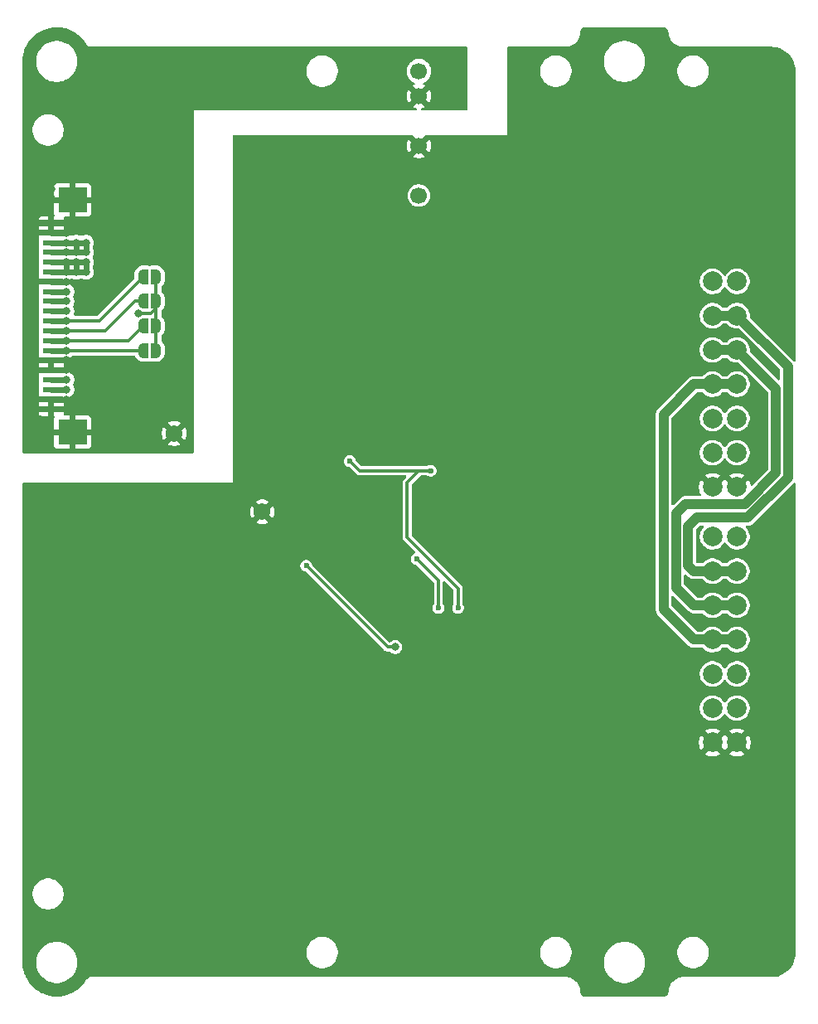
<source format=gbr>
%TF.GenerationSoftware,KiCad,Pcbnew,9.0.3*%
%TF.CreationDate,2025-07-19T18:36:15+03:00*%
%TF.ProjectId,PMCNV-AI4W,504d434e-562d-4414-9934-572e6b696361,rev?*%
%TF.SameCoordinates,Original*%
%TF.FileFunction,Copper,L2,Bot*%
%TF.FilePolarity,Positive*%
%FSLAX46Y46*%
G04 Gerber Fmt 4.6, Leading zero omitted, Abs format (unit mm)*
G04 Created by KiCad (PCBNEW 9.0.3) date 2025-07-19 18:36:15*
%MOMM*%
%LPD*%
G01*
G04 APERTURE LIST*
G04 Aperture macros list*
%AMFreePoly0*
4,1,23,0.500000,-0.750000,0.000000,-0.750000,0.000000,-0.745722,-0.065263,-0.745722,-0.191342,-0.711940,-0.304381,-0.646677,-0.396677,-0.554381,-0.461940,-0.441342,-0.495722,-0.315263,-0.495722,-0.250000,-0.500000,-0.250000,-0.500000,0.250000,-0.495722,0.250000,-0.495722,0.315263,-0.461940,0.441342,-0.396677,0.554381,-0.304381,0.646677,-0.191342,0.711940,-0.065263,0.745722,0.000000,0.745722,
0.000000,0.750000,0.500000,0.750000,0.500000,-0.750000,0.500000,-0.750000,$1*%
%AMFreePoly1*
4,1,23,0.000000,0.745722,0.065263,0.745722,0.191342,0.711940,0.304381,0.646677,0.396677,0.554381,0.461940,0.441342,0.495722,0.315263,0.495722,0.250000,0.500000,0.250000,0.500000,-0.250000,0.495722,-0.250000,0.495722,-0.315263,0.461940,-0.441342,0.396677,-0.554381,0.304381,-0.646677,0.191342,-0.711940,0.065263,-0.745722,0.000000,-0.745722,0.000000,-0.750000,-0.500000,-0.750000,
-0.500000,0.750000,0.000000,0.750000,0.000000,0.745722,0.000000,0.745722,$1*%
G04 Aperture macros list end*
%TA.AperFunction,ComponentPad*%
%ADD10C,2.000000*%
%TD*%
%TA.AperFunction,ComponentPad*%
%ADD11C,1.725000*%
%TD*%
%TA.AperFunction,ComponentPad*%
%ADD12C,1.700000*%
%TD*%
%TA.AperFunction,SMDPad,CuDef*%
%ADD13FreePoly0,0.000000*%
%TD*%
%TA.AperFunction,SMDPad,CuDef*%
%ADD14FreePoly1,0.000000*%
%TD*%
%TA.AperFunction,SMDPad,CuDef*%
%ADD15R,1.800000X0.600000*%
%TD*%
%TA.AperFunction,SMDPad,CuDef*%
%ADD16R,3.000000X2.600000*%
%TD*%
%TA.AperFunction,ViaPad*%
%ADD17C,0.800000*%
%TD*%
%TA.AperFunction,ViaPad*%
%ADD18C,0.600000*%
%TD*%
%TA.AperFunction,Conductor*%
%ADD19C,1.000000*%
%TD*%
%TA.AperFunction,Conductor*%
%ADD20C,0.600000*%
%TD*%
%TA.AperFunction,Conductor*%
%ADD21C,0.300000*%
%TD*%
G04 APERTURE END LIST*
D10*
%TO.P,J3,1,Pin_1*%
%TO.N,GND_CNV*%
X31000000Y2540000D03*
%TO.P,J3,2,Pin_3*%
%TO.N,/0.SIG-*%
X31000000Y6040000D03*
%TO.P,J3,3,3*%
%TO.N,/0.SIG+*%
X31000000Y9540000D03*
%TO.P,J3,4,4*%
%TO.N,/SENSE-*%
X31000000Y13040000D03*
%TO.P,J3,5,Pin_9*%
%TO.N,/SENSE+*%
X31000000Y16540000D03*
%TO.P,J3,6,Pin_9*%
%TO.N,/EXC-*%
X31000000Y20040000D03*
%TO.P,J3,7,Pin_9*%
%TO.N,+5V_CNV_FLT*%
X31000000Y23540000D03*
%TO.P,J3,8,Pin_2*%
%TO.N,GND_CNV*%
X33500000Y2540000D03*
%TO.P,J3,9,Pin_4*%
%TO.N,/1.SIG-*%
X33500000Y6040000D03*
%TO.P,J3,10,Pin_6*%
%TO.N,/1.SIG+*%
X33500000Y9540000D03*
%TO.P,J3,11,Pin_8*%
%TO.N,/SENSE-*%
X33500000Y13040000D03*
%TO.P,J3,12,Pin_10*%
%TO.N,/SENSE+*%
X33500000Y16540000D03*
%TO.P,J3,13,Pin_10*%
%TO.N,/EXC-*%
X33500000Y20040000D03*
%TO.P,J3,14,Pin_10*%
%TO.N,+5V_CNV_FLT*%
X33500000Y23540000D03*
%TD*%
D11*
%TO.P,U3,1*%
%TO.N,GND_CNV*%
X-15000000Y0D03*
%TD*%
%TO.P,U2,1*%
%TO.N,GND_MCU*%
X-24000000Y8000000D03*
%TD*%
D10*
%TO.P,J4,1,Pin_1*%
%TO.N,GND_CNV*%
X31000000Y-23540000D03*
%TO.P,J4,2,Pin_3*%
%TO.N,/2.SIG-*%
X31000000Y-20040000D03*
%TO.P,J4,3,3*%
%TO.N,/2.SIG+*%
X31000000Y-16540000D03*
%TO.P,J4,4,4*%
%TO.N,/SENSE-*%
X31000000Y-13040000D03*
%TO.P,J4,5,Pin_9*%
%TO.N,/SENSE+*%
X31000000Y-9540000D03*
%TO.P,J4,6,Pin_9*%
%TO.N,/EXC-*%
X31000000Y-6040000D03*
%TO.P,J4,7,Pin_9*%
%TO.N,+5V_CNV_FLT*%
X31000000Y-2540000D03*
%TO.P,J4,8,Pin_2*%
%TO.N,GND_CNV*%
X33500000Y-23540000D03*
%TO.P,J4,9,Pin_4*%
%TO.N,/3.SIG-*%
X33500000Y-20040000D03*
%TO.P,J4,10,Pin_6*%
%TO.N,/3.SIG+*%
X33500000Y-16540000D03*
%TO.P,J4,11,Pin_8*%
%TO.N,/SENSE-*%
X33500000Y-13040000D03*
%TO.P,J4,12,Pin_10*%
%TO.N,/SENSE+*%
X33500000Y-9540000D03*
%TO.P,J4,13,Pin_10*%
%TO.N,/EXC-*%
X33500000Y-6040000D03*
%TO.P,J4,14,Pin_10*%
%TO.N,+5V_CNV_FLT*%
X33500000Y-2540000D03*
%TD*%
D12*
%TO.P,PS1,1,Vin*%
%TO.N,+5V_MCU*%
X1000000Y45000000D03*
%TO.P,PS1,2,GND*%
%TO.N,GND_MCU*%
X1000000Y42460000D03*
%TO.P,PS1,4,0V*%
%TO.N,GND_CNV*%
X1000000Y37380000D03*
%TO.P,PS1,6,+V*%
%TO.N,+5V_CNV*%
X1000000Y32300000D03*
%TD*%
D13*
%TO.P,JP4,1,A*%
%TO.N,/CS3_MCU*%
X-27150000Y16500000D03*
D14*
%TO.P,JP4,2,B*%
%TO.N,/CS_MCU*%
X-25850000Y16500000D03*
%TD*%
D13*
%TO.P,JP1,1,A*%
%TO.N,/CS0_MCU*%
X-27150000Y24000000D03*
D14*
%TO.P,JP1,2,B*%
%TO.N,/CS_MCU*%
X-25850000Y24000000D03*
%TD*%
D13*
%TO.P,JP2,1,A*%
%TO.N,/CS1_MCU*%
X-27150000Y21500000D03*
D14*
%TO.P,JP2,2,B*%
%TO.N,/CS_MCU*%
X-25850000Y21500000D03*
%TD*%
D15*
%TO.P,JM2,1,Pin_1*%
%TO.N,GND_MCU*%
X-36546000Y29500000D03*
%TO.P,JM2,2,Pin_2*%
X-36546000Y28500000D03*
%TO.P,JM2,3,Pin_3*%
%TO.N,+5V_MCU*%
X-36546000Y27500000D03*
%TO.P,JM2,4,Pin_4*%
X-36546000Y26500000D03*
%TO.P,JM2,5,Pin_5*%
%TO.N,+3.3V_MCU*%
X-36546000Y25500000D03*
%TO.P,JM2,6,Pin_6*%
X-36546000Y24500000D03*
%TO.P,JM2,7,Pin_7*%
%TO.N,GND_MCU*%
X-36546000Y23500000D03*
%TO.P,JM2,8,Pin_8*%
%TO.N,/MOSI_MCU*%
X-36546000Y22500000D03*
%TO.P,JM2,9,Pin_9*%
%TO.N,/MISO_MCU*%
X-36546000Y21500000D03*
%TO.P,JM2,10,Pin_10*%
%TO.N,/SCK_MCU*%
X-36546000Y20500000D03*
%TO.P,JM2,11,Pin_11*%
%TO.N,/CS0_MCU*%
X-36546000Y19500000D03*
%TO.P,JM2,12,Pin_11*%
%TO.N,/CS1_MCU*%
X-36546000Y18500000D03*
%TO.P,JM2,13,Pin_11*%
%TO.N,/CS2_MCU*%
X-36546000Y17500000D03*
%TO.P,JM2,14,Pin_11*%
%TO.N,/CS3_MCU*%
X-36546000Y16500000D03*
%TO.P,JM2,15,Pin_11*%
%TO.N,GND_MCU*%
X-36546000Y15500000D03*
%TO.P,JM2,16,Pin_11*%
X-36546000Y14500000D03*
%TO.P,JM2,17,Pin_11*%
%TO.N,/SDA_MCU*%
X-36546000Y13500000D03*
%TO.P,JM2,18,Pin_11*%
%TO.N,/SCL_MCU*%
X-36546000Y12500000D03*
%TO.P,JM2,19,Pin_11*%
%TO.N,GND_MCU*%
X-36546000Y11500000D03*
%TO.P,JM2,20,Pin_11*%
X-36546000Y10500000D03*
D16*
%TO.P,JM2,MP1,Pin_11*%
X-34375000Y31850000D03*
%TO.P,JM2,MP2,Pin_11*%
X-34375000Y8150000D03*
%TD*%
D13*
%TO.P,JP3,1,A*%
%TO.N,/CS2_MCU*%
X-27150000Y19000000D03*
D14*
%TO.P,JP3,2,B*%
%TO.N,/CS_MCU*%
X-25850000Y19000000D03*
%TD*%
D17*
%TO.N,/CS3_MCU*%
X-35000000Y16500000D03*
%TO.N,/CS1_MCU*%
X-35000000Y18500000D03*
%TO.N,+5V_CNV*%
X-1400000Y-13800000D03*
D18*
X-10500000Y-5500006D03*
D17*
%TO.N,/CS0_MCU*%
X-35000000Y19500000D03*
%TO.N,/CS2_MCU*%
X-35000000Y17500000D03*
%TO.N,+3.3V_MCU*%
X-35000000Y25500000D03*
X-33000000Y25500000D03*
X-35000000Y24500000D03*
X-34000000Y24500000D03*
X-34000000Y25500000D03*
X-33000000Y24500000D03*
%TO.N,/SDA_MCU*%
X-35000000Y13500000D03*
D18*
%TO.N,/MISO_CNV*%
X5000000Y-9800000D03*
X2200000Y4200000D03*
X-6050000Y5202487D03*
%TO.N,/CS_CNV*%
X3000000Y-9800000D03*
X800000Y-4800000D03*
D17*
%TO.N,GND_MCU*%
X-35000000Y10500000D03*
X-35000000Y28500000D03*
X-35000000Y15500000D03*
X-35000000Y23500000D03*
X-35000000Y29500000D03*
X-32000000Y32000000D03*
X-32000000Y33000000D03*
X-35000000Y14500000D03*
X-35000000Y11500000D03*
X-36500000Y32000000D03*
X-36500000Y33000000D03*
%TO.N,+5V_MCU*%
X-34000000Y26500000D03*
X-33000000Y27500000D03*
X-33000000Y26500000D03*
X-34000000Y27500000D03*
X-35000000Y26500000D03*
X-35000000Y27500000D03*
%TO.N,GND_CNV*%
X-6000000Y31000000D03*
X-8000000Y29000000D03*
X33000000Y-29500000D03*
X-7000000Y30000000D03*
X-7000000Y0D03*
X31000000Y-29500000D03*
X-3000000Y11500000D03*
X-6000000Y29000000D03*
X-7000000Y-2000000D03*
X1000000Y12500000D03*
X31000000Y27500000D03*
X33000000Y29500000D03*
X4000000Y12500000D03*
X-8000000Y31000000D03*
X-9000000Y-2000000D03*
X-3000000Y13500000D03*
X-9000000Y0D03*
X-32500000Y-8000000D03*
X-8000000Y-1000000D03*
X-34500000Y-10000000D03*
X-1000000Y34500000D03*
X2500000Y12500000D03*
X32000000Y-28500000D03*
X32000000Y28500000D03*
X-3000000Y34500000D03*
X31000000Y-27500000D03*
X8000000Y13500000D03*
X1000000Y11000000D03*
X2500000Y11000000D03*
X8000000Y11500000D03*
X-2000000Y10500000D03*
X4000000Y11000000D03*
X31000000Y29500000D03*
X-33500000Y-9000000D03*
X-34500000Y-8000000D03*
X7000000Y10500000D03*
X-3000000Y36500000D03*
X-2000000Y35500000D03*
X33000000Y-27500000D03*
X7000000Y12500000D03*
X-1000000Y36500000D03*
X33000000Y27500000D03*
X-32500000Y-10000000D03*
X-2000000Y12500000D03*
%TO.N,/CS_MCU*%
X-27627220Y20250001D03*
%TO.N,/SCK_MCU*%
X-35000000Y20500000D03*
%TO.N,/MISO_MCU*%
X-35000000Y21500000D03*
%TO.N,/MOSI_MCU*%
X-35000000Y22500000D03*
%TO.N,/SCL_MCU*%
X-35000000Y12500000D03*
%TD*%
D19*
%TO.N,/SENSE-*%
X26000000Y-9950000D02*
X26000000Y9950000D01*
X31000000Y-13040000D02*
X33500000Y-13040000D01*
X31000000Y-13040000D02*
X29090000Y-13040000D01*
X29090000Y-13040000D02*
X26000000Y-9950000D01*
X29090000Y13040000D02*
X33500000Y13040000D01*
X26000000Y9950000D02*
X29090000Y13040000D01*
%TO.N,/SENSE+*%
X31000000Y-9540000D02*
X33500000Y-9540000D01*
X27299001Y-100999D02*
X28200000Y800000D01*
X37500000Y4000000D02*
X37500000Y12540000D01*
X28200000Y800000D02*
X34300000Y800000D01*
X33500000Y16540000D02*
X31590000Y16540000D01*
X34300000Y800000D02*
X37500000Y4000000D01*
X27299001Y-7749001D02*
X27299001Y-100999D01*
X29090000Y-9540000D02*
X27299001Y-7749001D01*
X37500000Y12540000D02*
X33500000Y16540000D01*
X31000000Y-9540000D02*
X29090000Y-9540000D01*
D20*
%TO.N,/CS3_MCU*%
X-35000000Y16500000D02*
X-36546000Y16500000D01*
D21*
X-35000000Y16500000D02*
X-27150000Y16500000D01*
%TO.N,/CS1_MCU*%
X-27150000Y21500000D02*
X-28000000Y21500000D01*
D20*
X-35000000Y18500000D02*
X-36546000Y18500000D01*
D21*
X-31000000Y18500000D02*
X-35000000Y18500000D01*
X-28000000Y21500000D02*
X-31000000Y18500000D01*
%TO.N,+5V_CNV*%
X-10500000Y-5500006D02*
X-2200006Y-13800000D01*
X-2200006Y-13800000D02*
X-1400000Y-13800000D01*
%TO.N,/CS0_MCU*%
X-31650000Y19500000D02*
X-35000000Y19500000D01*
D20*
X-35000000Y19500000D02*
X-36546000Y19500000D01*
D21*
X-27150000Y24000000D02*
X-31650000Y19500000D01*
%TO.N,/CS2_MCU*%
X-27150000Y19000000D02*
X-28650000Y17500000D01*
D20*
X-35000000Y17500000D02*
X-36546000Y17500000D01*
D21*
X-28650000Y17500000D02*
X-35000000Y17500000D01*
D20*
%TO.N,+3.3V_MCU*%
X-33000000Y25500000D02*
X-35000000Y25500000D01*
X-35000000Y25500000D02*
X-35000000Y24500000D01*
X-35000000Y24500000D02*
X-36546000Y24500000D01*
X-33000000Y25500000D02*
X-33000000Y24500000D01*
X-33000000Y24500000D02*
X-35000000Y24500000D01*
X-35000000Y25500000D02*
X-36546000Y25500000D01*
X-34000000Y25500000D02*
X-34000000Y24500000D01*
%TO.N,/SDA_MCU*%
X-35000000Y13500000D02*
X-36546000Y13500000D01*
D19*
%TO.N,/EXC-*%
X31000000Y-6040000D02*
X33500000Y-6040000D01*
X29090000Y-6040000D02*
X28500000Y-5450000D01*
X33500000Y20040000D02*
X31000000Y20040000D01*
X31000000Y-6040000D02*
X29090000Y-6040000D01*
X29400000Y-600000D02*
X34598470Y-600000D01*
X38701000Y3502530D02*
X38701000Y14839000D01*
X38701000Y14839000D02*
X33500000Y20040000D01*
X34598470Y-600000D02*
X38701000Y3502530D01*
X28500000Y-1500000D02*
X29400000Y-600000D01*
X28500000Y-5450000D02*
X28500000Y-1500000D01*
D21*
%TO.N,/MISO_CNV*%
X-6050000Y5202487D02*
X-5047513Y4200000D01*
X2200000Y4200000D02*
X1000000Y4200000D01*
X-5047513Y4200000D02*
X2200000Y4200000D01*
X-200000Y3000000D02*
X-200000Y-2600000D01*
X1000000Y4200000D02*
X-200000Y3000000D01*
X-200000Y-2600000D02*
X5000000Y-7800000D01*
X5000000Y-9800000D02*
X5000000Y-7800000D01*
%TO.N,/CS_CNV*%
X3000000Y-7000000D02*
X3000000Y-9800000D01*
X800000Y-4800000D02*
X3000000Y-7000000D01*
D20*
%TO.N,GND_MCU*%
X-35000000Y23500000D02*
X-36546000Y23500000D01*
X-35000000Y14500000D02*
X-36546000Y14500000D01*
X-35000000Y10500000D02*
X-36546000Y10500000D01*
X-35000000Y28500000D02*
X-36546000Y28500000D01*
X-35000000Y11500000D02*
X-36546000Y11500000D01*
X-35000000Y29500000D02*
X-36546000Y29500000D01*
X-35000000Y15500000D02*
X-36546000Y15500000D01*
%TO.N,+5V_MCU*%
X-35000000Y26500000D02*
X-36546000Y26500000D01*
X-34000000Y27500000D02*
X-33000000Y27500000D01*
X-34000000Y27500000D02*
X-34000000Y26500000D01*
X-35000000Y27500000D02*
X-34000000Y27500000D01*
X-35000000Y27500000D02*
X-36546000Y27500000D01*
X-34000000Y26500000D02*
X-33000000Y26500000D01*
X-33000000Y27500000D02*
X-33000000Y26500000D01*
X-35000000Y26500000D02*
X-34000000Y26500000D01*
D21*
%TO.N,/CS_MCU*%
X-25850000Y20745000D02*
X-25850000Y21500000D01*
X-25850000Y24000000D02*
X-25850000Y16500000D01*
X-26345001Y20250001D02*
X-25850000Y20745000D01*
X-27627220Y20250001D02*
X-26345001Y20250001D01*
D20*
%TO.N,/SCK_MCU*%
X-35000000Y20500000D02*
X-36546000Y20500000D01*
%TO.N,/MISO_MCU*%
X-35000000Y21500000D02*
X-36546000Y21500000D01*
%TO.N,/MOSI_MCU*%
X-35000000Y22500000D02*
X-36546000Y22500000D01*
%TO.N,/SCL_MCU*%
X-35000000Y12500000D02*
X-36546000Y12500000D01*
%TD*%
%TA.AperFunction,Conductor*%
%TO.N,GND_MCU*%
G36*
X-35672900Y49483902D02*
G01*
X-35661155Y49482779D01*
X-35342866Y49436967D01*
X-35331288Y49434733D01*
X-35018801Y49358842D01*
X-35007498Y49355520D01*
X-34703637Y49250233D01*
X-34692689Y49245845D01*
X-34448813Y49134336D01*
X-34400247Y49112130D01*
X-34389751Y49106712D01*
X-34354412Y49086283D01*
X-34111353Y48945774D01*
X-34101447Y48939399D01*
X-33839629Y48752701D01*
X-33830357Y48745399D01*
X-33783978Y48705150D01*
X-33587496Y48534638D01*
X-33578953Y48526479D01*
X-33357257Y48293572D01*
X-33349536Y48284646D01*
X-33150989Y48031676D01*
X-33144158Y48022061D01*
X-32968997Y47748870D01*
X-32965926Y47743820D01*
X-32934527Y47689294D01*
X-32934525Y47689292D01*
X-32841447Y47596007D01*
X-32841441Y47596003D01*
X-32727391Y47529987D01*
X-32727388Y47529986D01*
X-32600132Y47495737D01*
X-32468348Y47495591D01*
X-32468338Y47495594D01*
X-32460292Y47496643D01*
X-32460275Y47496507D01*
X-32437440Y47499500D01*
X5876000Y47499500D01*
X5943039Y47479815D01*
X5988794Y47427011D01*
X6000000Y47375500D01*
X6000000Y41124000D01*
X5980315Y41056961D01*
X5927511Y41011206D01*
X5876000Y41000000D01*
X1334571Y41000000D01*
X1267532Y41019685D01*
X1221777Y41072489D01*
X1211833Y41141647D01*
X1240858Y41205203D01*
X1296253Y41241931D01*
X1479835Y41301582D01*
X1648311Y41387425D01*
X1073642Y41962095D01*
X1192993Y41994075D01*
X1307007Y42059901D01*
X1400099Y42152993D01*
X1465925Y42267007D01*
X1497905Y42386359D01*
X2072575Y41811689D01*
X2158418Y41980165D01*
X2219221Y42167295D01*
X2250000Y42361618D01*
X2250000Y42558383D01*
X2219221Y42752706D01*
X2158417Y42939839D01*
X2072576Y43108313D01*
X2072576Y43108314D01*
X1497905Y42533643D01*
X1465925Y42652993D01*
X1400099Y42767007D01*
X1307007Y42860099D01*
X1192993Y42925925D01*
X1073642Y42957906D01*
X1648312Y43532577D01*
X1648312Y43532578D01*
X1478236Y43619234D01*
X1427440Y43667208D01*
X1410644Y43735029D01*
X1433181Y43801164D01*
X1478235Y43840204D01*
X1480025Y43841116D01*
X1655405Y43930476D01*
X1814646Y44046172D01*
X1953828Y44185354D01*
X2069524Y44344595D01*
X2158884Y44519975D01*
X2219709Y44707174D01*
X2229752Y44770581D01*
X2250500Y44901578D01*
X2250500Y45098423D01*
X2219709Y45292827D01*
X2158882Y45480030D01*
X2100622Y45594371D01*
X2069524Y45655405D01*
X1953828Y45814646D01*
X1814646Y45953828D01*
X1655405Y46069524D01*
X1622547Y46086266D01*
X1480029Y46158883D01*
X1292826Y46219710D01*
X1098422Y46250500D01*
X1098417Y46250500D01*
X901583Y46250500D01*
X901578Y46250500D01*
X707173Y46219710D01*
X519970Y46158883D01*
X344594Y46069524D01*
X307613Y46042655D01*
X185354Y45953828D01*
X185352Y45953826D01*
X185351Y45953826D01*
X46174Y45814649D01*
X46174Y45814648D01*
X46172Y45814646D01*
X-3515Y45746259D01*
X-69524Y45655406D01*
X-158883Y45480030D01*
X-219710Y45292827D01*
X-250500Y45098423D01*
X-250500Y44901578D01*
X-219710Y44707174D01*
X-158883Y44519971D01*
X-90428Y44385621D01*
X-69524Y44344595D01*
X46172Y44185354D01*
X185354Y44046172D01*
X344595Y43930476D01*
X435558Y43884129D01*
X521764Y43840204D01*
X572560Y43792229D01*
X589355Y43724408D01*
X566818Y43658274D01*
X521763Y43619234D01*
X351686Y43532578D01*
X926358Y42957906D01*
X807007Y42925925D01*
X692993Y42860099D01*
X599901Y42767007D01*
X534075Y42652993D01*
X502094Y42533642D01*
X-72578Y43108314D01*
X-158417Y42939841D01*
X-158421Y42939831D01*
X-219222Y42752706D01*
X-250000Y42558383D01*
X-250000Y42361618D01*
X-219222Y42167295D01*
X-158421Y41980170D01*
X-158417Y41980160D01*
X-72578Y41811688D01*
X-72577Y41811688D01*
X502094Y42386359D01*
X534075Y42267007D01*
X599901Y42152993D01*
X692993Y42059901D01*
X807007Y41994075D01*
X926358Y41962095D01*
X351686Y41387424D01*
X520161Y41301583D01*
X703747Y41241931D01*
X761423Y41202493D01*
X788621Y41138135D01*
X776706Y41069288D01*
X729462Y41017813D01*
X665429Y41000000D01*
X-22000000Y41000000D01*
X-22000000Y6124000D01*
X-22019685Y6056961D01*
X-22072489Y6011206D01*
X-22124000Y6000000D01*
X-39375500Y6000000D01*
X-39442539Y6019685D01*
X-39488294Y6072489D01*
X-39499500Y6124000D01*
X-39499500Y6818521D01*
X-36274999Y6818521D01*
X-36260165Y6724851D01*
X-36260163Y6724845D01*
X-36202644Y6611959D01*
X-36202637Y6611950D01*
X-36113051Y6522364D01*
X-36113047Y6522361D01*
X-36000145Y6464834D01*
X-35906486Y6450001D01*
X-34675001Y6450001D01*
X-34075000Y6450001D01*
X-32843521Y6450001D01*
X-32749851Y6464836D01*
X-32749845Y6464838D01*
X-32636959Y6522357D01*
X-32636950Y6522364D01*
X-32547364Y6611950D01*
X-32547361Y6611954D01*
X-32489834Y6724856D01*
X-32475000Y6818514D01*
X-32475000Y7850000D01*
X-34075000Y7850000D01*
X-34075000Y6450001D01*
X-34675001Y6450001D01*
X-34675000Y6450002D01*
X-34675000Y7850000D01*
X-36274999Y7850000D01*
X-36274999Y6818521D01*
X-39499500Y6818521D01*
X-39499500Y8099361D01*
X-25262500Y8099361D01*
X-25262500Y7900640D01*
X-25231413Y7704363D01*
X-25170007Y7515371D01*
X-25081871Y7342396D01*
X-24559144Y7865122D01*
X-24535815Y7778058D01*
X-24460115Y7646942D01*
X-24353058Y7539885D01*
X-24221942Y7464185D01*
X-24134880Y7440857D01*
X-24657607Y6918132D01*
X-24484624Y6829992D01*
X-24295638Y6768588D01*
X-24099360Y6737500D01*
X-23900640Y6737500D01*
X-23704363Y6768588D01*
X-23515370Y6829995D01*
X-23515363Y6829998D01*
X-23342395Y6918132D01*
X-23865121Y7440858D01*
X-23778058Y7464185D01*
X-23646942Y7539885D01*
X-23539885Y7646942D01*
X-23464185Y7778058D01*
X-23440858Y7865121D01*
X-22918132Y7342395D01*
X-22829998Y7515363D01*
X-22829995Y7515370D01*
X-22768588Y7704363D01*
X-22737500Y7900640D01*
X-22737500Y8099361D01*
X-22768588Y8295638D01*
X-22829992Y8484624D01*
X-22918132Y8657607D01*
X-23440858Y8134881D01*
X-23464185Y8221942D01*
X-23539885Y8353058D01*
X-23646942Y8460115D01*
X-23778058Y8535815D01*
X-23865121Y8559144D01*
X-23342395Y9081870D01*
X-23515371Y9170007D01*
X-23704363Y9231413D01*
X-23900640Y9262500D01*
X-24099360Y9262500D01*
X-24295638Y9231413D01*
X-24484630Y9170007D01*
X-24484633Y9170006D01*
X-24657606Y9081870D01*
X-24134880Y8559144D01*
X-24221942Y8535815D01*
X-24353058Y8460115D01*
X-24460115Y8353058D01*
X-24535815Y8221942D01*
X-24559144Y8134880D01*
X-25081870Y8657606D01*
X-25170006Y8484633D01*
X-25170007Y8484630D01*
X-25231413Y8295638D01*
X-25262500Y8099361D01*
X-39499500Y8099361D01*
X-39499500Y9467849D01*
X-36275000Y9467849D01*
X-36275000Y8450000D01*
X-34675000Y8450000D01*
X-34075000Y8450000D01*
X-32475001Y8450000D01*
X-32475001Y9481480D01*
X-32489836Y9575150D01*
X-32489838Y9575156D01*
X-32547357Y9688042D01*
X-32547364Y9688051D01*
X-32636950Y9777637D01*
X-32636954Y9777640D01*
X-32749856Y9835167D01*
X-32843514Y9850000D01*
X-34075000Y9850000D01*
X-34075000Y8450000D01*
X-34675000Y8450000D01*
X-34675000Y9850000D01*
X-35173054Y9850000D01*
X-35240093Y9869685D01*
X-35285848Y9922489D01*
X-35295792Y9991647D01*
X-35283539Y10030295D01*
X-35260834Y10074856D01*
X-35246000Y10168514D01*
X-35246000Y10200000D01*
X-36246000Y10200000D01*
X-36246000Y9800001D01*
X-36243191Y9797192D01*
X-36236422Y9784795D01*
X-36225845Y9775430D01*
X-36220009Y9754738D01*
X-36209706Y9735869D01*
X-36210714Y9721780D01*
X-36206879Y9708184D01*
X-36212276Y9673305D01*
X-36275000Y9467849D01*
X-39499500Y9467849D01*
X-39499500Y10168521D01*
X-37845999Y10168521D01*
X-37831165Y10074851D01*
X-37831163Y10074845D01*
X-37773644Y9961959D01*
X-37773637Y9961950D01*
X-37684051Y9872364D01*
X-37684047Y9872361D01*
X-37571145Y9814834D01*
X-37477486Y9800001D01*
X-36846001Y9800001D01*
X-36846000Y9800002D01*
X-36846000Y10200000D01*
X-37845999Y10200000D01*
X-37845999Y10168521D01*
X-39499500Y10168521D01*
X-39499500Y10822216D01*
X-37846000Y10822216D01*
X-37846000Y10800000D01*
X-36846000Y10800000D01*
X-36246000Y10800000D01*
X-35246001Y10800000D01*
X-35246001Y10831480D01*
X-35260836Y10925148D01*
X-35260836Y10925150D01*
X-35270290Y10943704D01*
X-35283187Y11012373D01*
X-35270290Y11056296D01*
X-35260835Y11074853D01*
X-35260834Y11074855D01*
X-35246000Y11168514D01*
X-35246000Y11200000D01*
X-36246000Y11200000D01*
X-36246000Y10800000D01*
X-36846000Y10800000D01*
X-36846000Y11200000D01*
X-37845999Y11200000D01*
X-37845999Y11168521D01*
X-37831165Y11074851D01*
X-37831165Y11074850D01*
X-37821710Y11056295D01*
X-37817006Y11031247D01*
X-37808408Y11007258D01*
X-37809678Y10992223D01*
X-37808814Y10987625D01*
X-37810571Y10981643D01*
X-37811377Y10972089D01*
X-37846000Y10822216D01*
X-39499500Y10822216D01*
X-39499500Y13831519D01*
X-37846500Y13831519D01*
X-37846500Y13822217D01*
X-37846500Y13822216D01*
X-37846500Y13168483D01*
X-37831646Y13074694D01*
X-37831645Y13074693D01*
X-37822270Y13056293D01*
X-37809375Y12987623D01*
X-37822270Y12943707D01*
X-37831647Y12925305D01*
X-37831647Y12925303D01*
X-37846500Y12831525D01*
X-37846500Y12168483D01*
X-37831646Y12074694D01*
X-37831644Y12074690D01*
X-37821990Y12055742D01*
X-37809095Y11987073D01*
X-37821989Y11943160D01*
X-37831166Y11925149D01*
X-37831166Y11925148D01*
X-37846000Y11831487D01*
X-37846000Y11800000D01*
X-37488748Y11800000D01*
X-37479025Y11799618D01*
X-37477525Y11799501D01*
X-37477519Y11799500D01*
X-36624996Y11799501D01*
X-36624982Y11799500D01*
X-36614993Y11799500D01*
X-35425316Y11799500D01*
X-35377864Y11790061D01*
X-35281147Y11750000D01*
X-35233497Y11730263D01*
X-35128582Y11709394D01*
X-35078847Y11699501D01*
X-35078844Y11699500D01*
X-35078842Y11699500D01*
X-34921156Y11699500D01*
X-34921155Y11699501D01*
X-34766503Y11730263D01*
X-34620821Y11790606D01*
X-34489711Y11878211D01*
X-34378211Y11989711D01*
X-34290606Y12120821D01*
X-34230263Y12266503D01*
X-34199500Y12421158D01*
X-34199500Y12578842D01*
X-34199500Y12578845D01*
X-34199501Y12578847D01*
X-34230262Y12733490D01*
X-34230263Y12733497D01*
X-34253918Y12790606D01*
X-34290604Y12879175D01*
X-34290606Y12879178D01*
X-34290606Y12879179D01*
X-34325306Y12931111D01*
X-34346184Y12997785D01*
X-34327700Y13065165D01*
X-34325324Y13068864D01*
X-34290606Y13120821D01*
X-34230263Y13266503D01*
X-34199500Y13421158D01*
X-34199500Y13578842D01*
X-34199500Y13578845D01*
X-34199501Y13578847D01*
X-34230262Y13733490D01*
X-34230263Y13733497D01*
X-34267011Y13822216D01*
X-34290603Y13879173D01*
X-34290610Y13879186D01*
X-34378211Y14010289D01*
X-34378214Y14010293D01*
X-34489708Y14121787D01*
X-34489712Y14121790D01*
X-34620815Y14209391D01*
X-34620828Y14209398D01*
X-34766499Y14269736D01*
X-34766511Y14269739D01*
X-34921155Y14300500D01*
X-34921158Y14300500D01*
X-35078842Y14300500D01*
X-35078845Y14300500D01*
X-35233490Y14269739D01*
X-35233502Y14269736D01*
X-35377864Y14209939D01*
X-35425316Y14200500D01*
X-37477523Y14200500D01*
X-37479010Y14200382D01*
X-37488733Y14200000D01*
X-37845999Y14200000D01*
X-37845999Y14168521D01*
X-37831165Y14074852D01*
X-37821990Y14056846D01*
X-37817280Y14031764D01*
X-37808683Y14007736D01*
X-37809956Y13992766D01*
X-37809094Y13988177D01*
X-37810857Y13982176D01*
X-37811673Y13972569D01*
X-37815099Y13957780D01*
X-37831646Y13925304D01*
X-37846500Y13831519D01*
X-39499500Y13831519D01*
X-39499500Y14822216D01*
X-37846000Y14822216D01*
X-37846000Y14800000D01*
X-36846000Y14800000D01*
X-36246000Y14800000D01*
X-35246001Y14800000D01*
X-35246001Y14831480D01*
X-35260836Y14925148D01*
X-35260836Y14925150D01*
X-35270290Y14943704D01*
X-35283187Y15012373D01*
X-35270290Y15056296D01*
X-35260835Y15074853D01*
X-35260834Y15074855D01*
X-35246000Y15168514D01*
X-35246000Y15200000D01*
X-36246000Y15200000D01*
X-36246000Y14800000D01*
X-36846000Y14800000D01*
X-36846000Y15200000D01*
X-37845999Y15200000D01*
X-37845999Y15168521D01*
X-37831165Y15074851D01*
X-37831165Y15074850D01*
X-37821710Y15056295D01*
X-37817006Y15031247D01*
X-37808408Y15007258D01*
X-37809678Y14992223D01*
X-37808814Y14987625D01*
X-37810571Y14981643D01*
X-37811377Y14972089D01*
X-37846000Y14822216D01*
X-39499500Y14822216D01*
X-39499500Y22831519D01*
X-37846500Y22831519D01*
X-37846500Y22822217D01*
X-37846500Y22822216D01*
X-37846500Y22168483D01*
X-37831646Y22074694D01*
X-37831645Y22074693D01*
X-37822270Y22056293D01*
X-37809375Y21987623D01*
X-37822270Y21943707D01*
X-37831647Y21925305D01*
X-37831647Y21925303D01*
X-37846500Y21831525D01*
X-37846500Y21168483D01*
X-37831646Y21074694D01*
X-37831645Y21074693D01*
X-37822270Y21056293D01*
X-37809375Y20987623D01*
X-37822270Y20943707D01*
X-37831647Y20925305D01*
X-37831647Y20925303D01*
X-37846500Y20831525D01*
X-37846500Y20168483D01*
X-37831646Y20074694D01*
X-37831645Y20074693D01*
X-37822270Y20056293D01*
X-37809375Y19987623D01*
X-37822270Y19943707D01*
X-37831647Y19925305D01*
X-37831647Y19925303D01*
X-37846500Y19831525D01*
X-37846500Y19168483D01*
X-37831646Y19074694D01*
X-37831645Y19074693D01*
X-37822270Y19056293D01*
X-37809375Y18987623D01*
X-37822270Y18943707D01*
X-37831647Y18925305D01*
X-37831647Y18925303D01*
X-37846500Y18831525D01*
X-37846500Y18168483D01*
X-37831646Y18074694D01*
X-37831645Y18074693D01*
X-37822270Y18056293D01*
X-37809375Y17987623D01*
X-37822270Y17943707D01*
X-37831647Y17925305D01*
X-37831647Y17925303D01*
X-37846500Y17831525D01*
X-37846500Y17168483D01*
X-37831646Y17074694D01*
X-37831645Y17074693D01*
X-37822270Y17056293D01*
X-37809375Y16987623D01*
X-37822270Y16943707D01*
X-37831647Y16925305D01*
X-37831647Y16925303D01*
X-37846500Y16831525D01*
X-37846500Y16168483D01*
X-37831646Y16074694D01*
X-37831644Y16074690D01*
X-37821990Y16055742D01*
X-37809095Y15987073D01*
X-37821989Y15943160D01*
X-37831166Y15925149D01*
X-37831166Y15925148D01*
X-37846000Y15831487D01*
X-37846000Y15800000D01*
X-37488748Y15800000D01*
X-37479025Y15799618D01*
X-37477525Y15799501D01*
X-37477519Y15799500D01*
X-36624996Y15799501D01*
X-36624982Y15799500D01*
X-36614993Y15799500D01*
X-35425316Y15799500D01*
X-35377864Y15790061D01*
X-35257591Y15740243D01*
X-35233497Y15730263D01*
X-35078847Y15699501D01*
X-35078844Y15699500D01*
X-35078842Y15699500D01*
X-34921156Y15699500D01*
X-34921155Y15699501D01*
X-34766503Y15730263D01*
X-34620821Y15790606D01*
X-34489711Y15878211D01*
X-34454742Y15913180D01*
X-34393420Y15946666D01*
X-34367060Y15949500D01*
X-28089403Y15949500D01*
X-28022364Y15929815D01*
X-27976609Y15877011D01*
X-27974848Y15872967D01*
X-27972108Y15866352D01*
X-27967099Y15854258D01*
X-27967095Y15854250D01*
X-27901273Y15740244D01*
X-27836833Y15656263D01*
X-27836827Y15656256D01*
X-27743745Y15563174D01*
X-27743738Y15563168D01*
X-27659757Y15498728D01*
X-27545751Y15432906D01*
X-27545735Y15432898D01*
X-27480545Y15405896D01*
X-27447946Y15392393D01*
X-27320779Y15358318D01*
X-27228946Y15346228D01*
X-27215827Y15344500D01*
X-27215826Y15344500D01*
X-26650001Y15344500D01*
X-26650000Y15344500D01*
X-26524694Y15364347D01*
X-26524694Y15364348D01*
X-26519398Y15365186D01*
X-26480602Y15365186D01*
X-26475307Y15364348D01*
X-26475306Y15364347D01*
X-26350000Y15344500D01*
X-26349999Y15344500D01*
X-25784173Y15344500D01*
X-25772513Y15346036D01*
X-25679221Y15358318D01*
X-25552054Y15392393D01*
X-25480110Y15422194D01*
X-25454266Y15432898D01*
X-25454263Y15432900D01*
X-25454257Y15432902D01*
X-25340243Y15498728D01*
X-25256261Y15563169D01*
X-25163169Y15656261D01*
X-25098728Y15740243D01*
X-25032902Y15854257D01*
X-24992393Y15952054D01*
X-24958318Y16079221D01*
X-24944500Y16184174D01*
X-24944500Y16815826D01*
X-24958318Y16920779D01*
X-24992393Y17047946D01*
X-25005896Y17080545D01*
X-25032898Y17145735D01*
X-25032906Y17145751D01*
X-25098728Y17259757D01*
X-25163167Y17343737D01*
X-25163169Y17343739D01*
X-25256261Y17436831D01*
X-25256266Y17436835D01*
X-25256270Y17436839D01*
X-25257262Y17437709D01*
X-25257474Y17438043D01*
X-25259131Y17439700D01*
X-25258761Y17440071D01*
X-25294684Y17496712D01*
X-25299500Y17530934D01*
X-25299500Y17969066D01*
X-25279815Y18036105D01*
X-25259048Y18060215D01*
X-25259131Y18060298D01*
X-25258014Y18061416D01*
X-25257249Y18062303D01*
X-25256273Y18063161D01*
X-25256261Y18063169D01*
X-25163169Y18156261D01*
X-25098728Y18240243D01*
X-25032902Y18354257D01*
X-24992393Y18452054D01*
X-24958318Y18579221D01*
X-24944500Y18684174D01*
X-24944500Y19315826D01*
X-24958318Y19420779D01*
X-24992393Y19547946D01*
X-25025641Y19628214D01*
X-25032898Y19645735D01*
X-25032906Y19645751D01*
X-25098728Y19759757D01*
X-25163167Y19843737D01*
X-25190259Y19870829D01*
X-25256261Y19936831D01*
X-25256266Y19936835D01*
X-25256270Y19936839D01*
X-25257262Y19937709D01*
X-25257474Y19938043D01*
X-25259131Y19939700D01*
X-25258761Y19940071D01*
X-25294684Y19996712D01*
X-25299500Y20030934D01*
X-25299500Y20469066D01*
X-25279815Y20536105D01*
X-25259048Y20560215D01*
X-25259131Y20560298D01*
X-25258014Y20561416D01*
X-25257249Y20562303D01*
X-25256273Y20563161D01*
X-25256261Y20563169D01*
X-25163169Y20656261D01*
X-25098728Y20740243D01*
X-25032902Y20854257D01*
X-24992393Y20952054D01*
X-24958318Y21079221D01*
X-24944500Y21184174D01*
X-24944500Y21815826D01*
X-24958318Y21920779D01*
X-24992393Y22047946D01*
X-25022579Y22120821D01*
X-25032898Y22145735D01*
X-25032906Y22145751D01*
X-25098728Y22259757D01*
X-25163167Y22343737D01*
X-25163169Y22343739D01*
X-25256261Y22436831D01*
X-25256266Y22436835D01*
X-25256270Y22436839D01*
X-25257262Y22437709D01*
X-25257474Y22438043D01*
X-25259131Y22439700D01*
X-25258761Y22440071D01*
X-25294684Y22496712D01*
X-25299500Y22530934D01*
X-25299500Y22969066D01*
X-25279815Y23036105D01*
X-25259048Y23060215D01*
X-25259131Y23060298D01*
X-25258014Y23061416D01*
X-25257249Y23062303D01*
X-25256273Y23063161D01*
X-25256261Y23063169D01*
X-25163169Y23156261D01*
X-25098728Y23240243D01*
X-25032902Y23354257D01*
X-24992393Y23452054D01*
X-24958318Y23579221D01*
X-24944500Y23684174D01*
X-24944500Y24315826D01*
X-24958318Y24420779D01*
X-24992393Y24547946D01*
X-25005896Y24580545D01*
X-25032898Y24645735D01*
X-25032906Y24645751D01*
X-25098728Y24759757D01*
X-25163168Y24843738D01*
X-25163174Y24843745D01*
X-25256256Y24936827D01*
X-25256263Y24936833D01*
X-25340244Y25001273D01*
X-25454250Y25067095D01*
X-25454266Y25067103D01*
X-25552051Y25107606D01*
X-25552053Y25107607D01*
X-25552054Y25107607D01*
X-25679221Y25141682D01*
X-25709460Y25145664D01*
X-25784173Y25155500D01*
X-25784174Y25155500D01*
X-26350000Y25155500D01*
X-26480603Y25134815D01*
X-26519397Y25134815D01*
X-26650000Y25155500D01*
X-27215826Y25155500D01*
X-27215827Y25155500D01*
X-27320772Y25141683D01*
X-27320779Y25141682D01*
X-27447950Y25107606D01*
X-27545735Y25067103D01*
X-27545751Y25067095D01*
X-27659757Y25001273D01*
X-27743738Y24936833D01*
X-27743745Y24936827D01*
X-27836827Y24843745D01*
X-27836833Y24843738D01*
X-27901273Y24759757D01*
X-27967095Y24645751D01*
X-27967103Y24645735D01*
X-28007606Y24547950D01*
X-28041682Y24420779D01*
X-28041683Y24420772D01*
X-28055500Y24315827D01*
X-28055500Y23924387D01*
X-28075185Y23857348D01*
X-28091819Y23836706D01*
X-31841706Y20086819D01*
X-31903029Y20053334D01*
X-31929387Y20050500D01*
X-34134155Y20050500D01*
X-34201194Y20070185D01*
X-34246949Y20122989D01*
X-34256893Y20192147D01*
X-34248716Y20221952D01*
X-34230265Y20266499D01*
X-34230263Y20266503D01*
X-34199500Y20421158D01*
X-34199500Y20578842D01*
X-34199500Y20578845D01*
X-34199501Y20578847D01*
X-34230262Y20733490D01*
X-34230263Y20733497D01*
X-34233058Y20740244D01*
X-34290604Y20879175D01*
X-34290606Y20879178D01*
X-34290606Y20879179D01*
X-34325306Y20931111D01*
X-34346184Y20997785D01*
X-34327700Y21065165D01*
X-34325324Y21068864D01*
X-34290606Y21120821D01*
X-34230263Y21266503D01*
X-34199500Y21421158D01*
X-34199500Y21578842D01*
X-34199500Y21578845D01*
X-34199501Y21578847D01*
X-34230262Y21733490D01*
X-34230263Y21733497D01*
X-34230265Y21733502D01*
X-34290604Y21879175D01*
X-34290606Y21879178D01*
X-34290606Y21879179D01*
X-34325306Y21931111D01*
X-34346184Y21997785D01*
X-34327700Y22065165D01*
X-34325324Y22068864D01*
X-34290606Y22120821D01*
X-34230263Y22266503D01*
X-34199500Y22421158D01*
X-34199500Y22578842D01*
X-34199500Y22578845D01*
X-34199501Y22578847D01*
X-34208298Y22623071D01*
X-34230263Y22733497D01*
X-34267011Y22822216D01*
X-34290603Y22879173D01*
X-34290610Y22879186D01*
X-34378211Y23010289D01*
X-34378214Y23010293D01*
X-34489708Y23121787D01*
X-34489712Y23121790D01*
X-34620815Y23209391D01*
X-34620828Y23209398D01*
X-34766499Y23269736D01*
X-34766511Y23269739D01*
X-34921155Y23300500D01*
X-34921158Y23300500D01*
X-35078842Y23300500D01*
X-35078845Y23300500D01*
X-35233490Y23269739D01*
X-35233502Y23269736D01*
X-35377864Y23209939D01*
X-35425316Y23200500D01*
X-37477523Y23200500D01*
X-37479010Y23200382D01*
X-37488733Y23200000D01*
X-37845999Y23200000D01*
X-37845999Y23168521D01*
X-37831165Y23074852D01*
X-37821990Y23056846D01*
X-37817280Y23031764D01*
X-37808683Y23007736D01*
X-37809956Y22992766D01*
X-37809094Y22988177D01*
X-37810857Y22982176D01*
X-37811673Y22972569D01*
X-37815099Y22957780D01*
X-37831646Y22925304D01*
X-37846500Y22831519D01*
X-39499500Y22831519D01*
X-39499500Y27831519D01*
X-37846500Y27831519D01*
X-37846500Y27822217D01*
X-37846500Y27822216D01*
X-37846500Y27168483D01*
X-37831646Y27074694D01*
X-37831645Y27074693D01*
X-37822270Y27056293D01*
X-37809375Y26987623D01*
X-37822270Y26943707D01*
X-37831647Y26925305D01*
X-37831647Y26925303D01*
X-37846500Y26831525D01*
X-37846500Y26168483D01*
X-37831646Y26074694D01*
X-37831645Y26074693D01*
X-37822270Y26056293D01*
X-37809375Y25987623D01*
X-37822270Y25943707D01*
X-37831647Y25925305D01*
X-37831647Y25925303D01*
X-37846500Y25831525D01*
X-37846500Y25168483D01*
X-37831646Y25074694D01*
X-37831645Y25074693D01*
X-37822270Y25056293D01*
X-37809375Y24987623D01*
X-37822270Y24943707D01*
X-37831647Y24925305D01*
X-37831647Y24925303D01*
X-37846500Y24831525D01*
X-37846500Y24168483D01*
X-37831646Y24074694D01*
X-37831644Y24074690D01*
X-37821990Y24055742D01*
X-37809095Y23987073D01*
X-37821989Y23943160D01*
X-37831166Y23925149D01*
X-37831166Y23925148D01*
X-37846000Y23831487D01*
X-37846000Y23800000D01*
X-37488748Y23800000D01*
X-37479025Y23799618D01*
X-37477525Y23799501D01*
X-37477519Y23799500D01*
X-36624996Y23799501D01*
X-36624982Y23799500D01*
X-36614993Y23799500D01*
X-35425316Y23799500D01*
X-35377864Y23790061D01*
X-35233502Y23730265D01*
X-35233497Y23730263D01*
X-35078847Y23699501D01*
X-35078844Y23699500D01*
X-35078842Y23699500D01*
X-34921156Y23699500D01*
X-34921155Y23699501D01*
X-34766503Y23730263D01*
X-34691037Y23761522D01*
X-34622136Y23790061D01*
X-34613960Y23791688D01*
X-34609619Y23794477D01*
X-34574684Y23799500D01*
X-34425316Y23799500D01*
X-34377864Y23790061D01*
X-34233502Y23730265D01*
X-34233497Y23730263D01*
X-34078847Y23699501D01*
X-34078844Y23699500D01*
X-34078842Y23699500D01*
X-33921156Y23699500D01*
X-33921155Y23699501D01*
X-33766503Y23730263D01*
X-33691037Y23761522D01*
X-33622136Y23790061D01*
X-33613960Y23791688D01*
X-33609619Y23794477D01*
X-33574684Y23799500D01*
X-33425316Y23799500D01*
X-33377864Y23790061D01*
X-33233502Y23730265D01*
X-33233497Y23730263D01*
X-33078847Y23699501D01*
X-33078844Y23699500D01*
X-33078842Y23699500D01*
X-32921156Y23699500D01*
X-32921155Y23699501D01*
X-32766503Y23730263D01*
X-32620821Y23790606D01*
X-32489711Y23878211D01*
X-32378211Y23989711D01*
X-32290606Y24120821D01*
X-32230263Y24266503D01*
X-32199500Y24421158D01*
X-32199500Y24578842D01*
X-32199500Y24578845D01*
X-32199501Y24578847D01*
X-32230262Y24733490D01*
X-32230263Y24733497D01*
X-32241140Y24759757D01*
X-32290061Y24877864D01*
X-32291688Y24886041D01*
X-32294477Y24890381D01*
X-32299500Y24925316D01*
X-32299500Y25074684D01*
X-32290061Y25122136D01*
X-32230265Y25266499D01*
X-32230263Y25266503D01*
X-32199500Y25421158D01*
X-32199500Y25578842D01*
X-32199500Y25578845D01*
X-32199501Y25578847D01*
X-32230262Y25733490D01*
X-32230263Y25733497D01*
X-32230265Y25733502D01*
X-32290604Y25879175D01*
X-32290606Y25879178D01*
X-32290606Y25879179D01*
X-32325306Y25931111D01*
X-32346184Y25997785D01*
X-32327700Y26065165D01*
X-32325324Y26068864D01*
X-32290606Y26120821D01*
X-32230263Y26266503D01*
X-32199500Y26421158D01*
X-32199500Y26578842D01*
X-32199500Y26578845D01*
X-32199501Y26578847D01*
X-32230262Y26733490D01*
X-32230263Y26733497D01*
X-32230265Y26733502D01*
X-32290061Y26877864D01*
X-32291688Y26886041D01*
X-32294477Y26890381D01*
X-32299500Y26925316D01*
X-32299500Y27074684D01*
X-32290061Y27122136D01*
X-32230265Y27266499D01*
X-32230263Y27266503D01*
X-32199500Y27421158D01*
X-32199500Y27578842D01*
X-32199500Y27578845D01*
X-32199501Y27578847D01*
X-32230262Y27733490D01*
X-32230263Y27733497D01*
X-32267011Y27822216D01*
X-32290603Y27879173D01*
X-32290610Y27879186D01*
X-32378211Y28010289D01*
X-32378214Y28010293D01*
X-32489708Y28121787D01*
X-32489712Y28121790D01*
X-32620815Y28209391D01*
X-32620828Y28209398D01*
X-32766499Y28269736D01*
X-32766511Y28269739D01*
X-32921155Y28300500D01*
X-32921158Y28300500D01*
X-33078842Y28300500D01*
X-33078845Y28300500D01*
X-33233490Y28269739D01*
X-33233502Y28269736D01*
X-33377864Y28209939D01*
X-33386041Y28208313D01*
X-33390381Y28205523D01*
X-33425316Y28200500D01*
X-33574684Y28200500D01*
X-33622136Y28209939D01*
X-33766499Y28269736D01*
X-33766511Y28269739D01*
X-33921155Y28300500D01*
X-33921158Y28300500D01*
X-34078842Y28300500D01*
X-34078845Y28300500D01*
X-34233490Y28269739D01*
X-34233502Y28269736D01*
X-34377864Y28209939D01*
X-34386041Y28208313D01*
X-34390381Y28205523D01*
X-34425316Y28200500D01*
X-34574684Y28200500D01*
X-34622136Y28209939D01*
X-34766499Y28269736D01*
X-34766511Y28269739D01*
X-34921155Y28300500D01*
X-34921158Y28300500D01*
X-35078842Y28300500D01*
X-35078845Y28300500D01*
X-35233490Y28269739D01*
X-35233502Y28269736D01*
X-35377864Y28209939D01*
X-35425316Y28200500D01*
X-37477523Y28200500D01*
X-37479010Y28200382D01*
X-37488733Y28200000D01*
X-37845999Y28200000D01*
X-37845999Y28168521D01*
X-37831165Y28074852D01*
X-37821990Y28056846D01*
X-37817280Y28031764D01*
X-37808683Y28007736D01*
X-37809956Y27992766D01*
X-37809094Y27988177D01*
X-37810857Y27982176D01*
X-37811673Y27972569D01*
X-37815099Y27957780D01*
X-37831646Y27925304D01*
X-37846500Y27831519D01*
X-39499500Y27831519D01*
X-39499500Y28822216D01*
X-37846000Y28822216D01*
X-37846000Y28800000D01*
X-36846000Y28800000D01*
X-36246000Y28800000D01*
X-35246001Y28800000D01*
X-35246001Y28831480D01*
X-35260836Y28925148D01*
X-35260836Y28925150D01*
X-35270290Y28943704D01*
X-35283187Y29012373D01*
X-35270290Y29056296D01*
X-35260835Y29074853D01*
X-35260834Y29074855D01*
X-35246000Y29168514D01*
X-35246000Y29200000D01*
X-36246000Y29200000D01*
X-36246000Y28800000D01*
X-36846000Y28800000D01*
X-36846000Y29200000D01*
X-37845999Y29200000D01*
X-37845999Y29168521D01*
X-37831165Y29074851D01*
X-37831165Y29074850D01*
X-37821710Y29056295D01*
X-37817006Y29031247D01*
X-37808408Y29007258D01*
X-37809678Y28992223D01*
X-37808814Y28987625D01*
X-37810571Y28981643D01*
X-37811377Y28972089D01*
X-37846000Y28822216D01*
X-39499500Y28822216D01*
X-39499500Y29831487D01*
X-37846000Y29831487D01*
X-37846000Y29800000D01*
X-36846000Y29800000D01*
X-36846000Y30200000D01*
X-37477480Y30200000D01*
X-37571150Y30185165D01*
X-37571156Y30185163D01*
X-37684042Y30127644D01*
X-37684051Y30127637D01*
X-37773637Y30038051D01*
X-37773640Y30038047D01*
X-37831167Y29925145D01*
X-37846000Y29831487D01*
X-39499500Y29831487D01*
X-39499500Y30518521D01*
X-36274999Y30518521D01*
X-36260165Y30424851D01*
X-36220388Y30346785D01*
X-36207492Y30278116D01*
X-36233768Y30213375D01*
X-36243191Y30202810D01*
X-36246000Y30200001D01*
X-36246000Y29800000D01*
X-35246001Y29800000D01*
X-35246001Y29831480D01*
X-35260836Y29925150D01*
X-35260837Y29925152D01*
X-35283538Y29969705D01*
X-35296435Y30038374D01*
X-35270159Y30103115D01*
X-35213053Y30143372D01*
X-35173054Y30150001D01*
X-34675000Y30150001D01*
X-34075000Y30150001D01*
X-32843521Y30150001D01*
X-32749851Y30164836D01*
X-32749845Y30164838D01*
X-32636959Y30222357D01*
X-32636950Y30222364D01*
X-32547364Y30311950D01*
X-32547361Y30311954D01*
X-32489834Y30424856D01*
X-32475000Y30518514D01*
X-32475000Y31550000D01*
X-34075000Y31550000D01*
X-34075000Y30150001D01*
X-34675000Y30150001D01*
X-34675000Y31550000D01*
X-36274999Y31550000D01*
X-36274999Y30518521D01*
X-39499500Y30518521D01*
X-39499500Y33181487D01*
X-36275000Y33181487D01*
X-36275000Y32150000D01*
X-34675000Y32150000D01*
X-34075000Y32150000D01*
X-32475001Y32150000D01*
X-32475001Y33181480D01*
X-32489836Y33275150D01*
X-32489838Y33275156D01*
X-32547357Y33388042D01*
X-32547364Y33388051D01*
X-32636950Y33477637D01*
X-32636954Y33477640D01*
X-32749856Y33535167D01*
X-32843514Y33550000D01*
X-34075000Y33550000D01*
X-34075000Y32150000D01*
X-34675000Y32150000D01*
X-34675000Y33550000D01*
X-35906480Y33550000D01*
X-36000150Y33535165D01*
X-36000156Y33535163D01*
X-36113042Y33477644D01*
X-36113051Y33477637D01*
X-36202637Y33388051D01*
X-36202640Y33388047D01*
X-36260167Y33275145D01*
X-36275000Y33181487D01*
X-39499500Y33181487D01*
X-39499500Y39125962D01*
X-38476729Y39125962D01*
X-38476729Y38874039D01*
X-38437319Y38625215D01*
X-38359469Y38385617D01*
X-38245097Y38161152D01*
X-38097028Y37957351D01*
X-38097024Y37957346D01*
X-37918884Y37779206D01*
X-37918879Y37779202D01*
X-37772464Y37672826D01*
X-37715074Y37631130D01*
X-37572045Y37558253D01*
X-37490613Y37516761D01*
X-37490611Y37516761D01*
X-37490608Y37516759D01*
X-37251014Y37438910D01*
X-37002191Y37399500D01*
X-37002190Y37399500D01*
X-36750268Y37399500D01*
X-36750267Y37399500D01*
X-36501444Y37438910D01*
X-36261850Y37516759D01*
X-36037384Y37631130D01*
X-35833573Y37779207D01*
X-35655436Y37957344D01*
X-35507359Y38161155D01*
X-35392988Y38385621D01*
X-35315139Y38625215D01*
X-35275729Y38874038D01*
X-35275729Y39125962D01*
X-35315139Y39374785D01*
X-35392988Y39614379D01*
X-35392990Y39614382D01*
X-35392990Y39614384D01*
X-35434482Y39695816D01*
X-35507359Y39838845D01*
X-35526277Y39864883D01*
X-35655431Y40042650D01*
X-35655435Y40042655D01*
X-35833575Y40220795D01*
X-35833580Y40220799D01*
X-36037381Y40368868D01*
X-36037382Y40368869D01*
X-36037384Y40368870D01*
X-36107482Y40404587D01*
X-36261846Y40483240D01*
X-36501444Y40561090D01*
X-36750267Y40600500D01*
X-37002191Y40600500D01*
X-37126603Y40580795D01*
X-37251015Y40561090D01*
X-37490613Y40483240D01*
X-37715078Y40368868D01*
X-37918879Y40220799D01*
X-37918884Y40220795D01*
X-38097024Y40042655D01*
X-38097028Y40042650D01*
X-38245097Y39838849D01*
X-38359469Y39614384D01*
X-38437319Y39374786D01*
X-38476729Y39125962D01*
X-39499500Y39125962D01*
X-39499500Y45996949D01*
X-39499351Y46003034D01*
X-39492737Y46137668D01*
X-38100500Y46137668D01*
X-38100500Y45862333D01*
X-38100499Y45862316D01*
X-38064562Y45589345D01*
X-38064561Y45589340D01*
X-38064560Y45589334D01*
X-38064559Y45589332D01*
X-37993296Y45323370D01*
X-37887925Y45068983D01*
X-37887920Y45068972D01*
X-37808191Y44930879D01*
X-37750249Y44830521D01*
X-37750247Y44830518D01*
X-37750246Y44830517D01*
X-37582630Y44612074D01*
X-37582624Y44612067D01*
X-37387934Y44417377D01*
X-37387928Y44417372D01*
X-37169479Y44249751D01*
X-37016222Y44161268D01*
X-36931029Y44112081D01*
X-36931024Y44112079D01*
X-36931021Y44112077D01*
X-36676632Y44006705D01*
X-36410666Y43935440D01*
X-36137674Y43899500D01*
X-36137667Y43899500D01*
X-35862333Y43899500D01*
X-35862326Y43899500D01*
X-35589334Y43935440D01*
X-35323368Y44006705D01*
X-35068979Y44112077D01*
X-34830521Y44249751D01*
X-34612072Y44417372D01*
X-34417372Y44612072D01*
X-34249751Y44830521D01*
X-34112077Y45068979D01*
X-34088474Y45125962D01*
X-10476729Y45125962D01*
X-10476729Y45078250D01*
X-10476729Y44874038D01*
X-10469836Y44830517D01*
X-10437319Y44625215D01*
X-10359469Y44385617D01*
X-10245097Y44161152D01*
X-10097028Y43957351D01*
X-10097024Y43957346D01*
X-9918884Y43779206D01*
X-9918879Y43779202D01*
X-9764731Y43667208D01*
X-9715074Y43631130D01*
X-9572045Y43558253D01*
X-9490613Y43516761D01*
X-9490611Y43516761D01*
X-9490608Y43516759D01*
X-9251014Y43438910D01*
X-9002191Y43399500D01*
X-9002190Y43399500D01*
X-8750268Y43399500D01*
X-8750267Y43399500D01*
X-8501444Y43438910D01*
X-8261850Y43516759D01*
X-8037384Y43631130D01*
X-7833573Y43779207D01*
X-7655436Y43957344D01*
X-7507359Y44161155D01*
X-7392988Y44385621D01*
X-7315139Y44625215D01*
X-7275729Y44874038D01*
X-7275729Y45125962D01*
X-7315139Y45374785D01*
X-7392988Y45614379D01*
X-7392990Y45614382D01*
X-7392990Y45614384D01*
X-7434482Y45695816D01*
X-7507359Y45838845D01*
X-7622228Y45996949D01*
X-7655431Y46042650D01*
X-7655435Y46042655D01*
X-7833575Y46220795D01*
X-7833580Y46220799D01*
X-8037381Y46368868D01*
X-8037382Y46368869D01*
X-8037384Y46368870D01*
X-8139224Y46420760D01*
X-8261846Y46483240D01*
X-8501444Y46561090D01*
X-8671302Y46587993D01*
X-8750267Y46600500D01*
X-9002191Y46600500D01*
X-9081156Y46587993D01*
X-9251015Y46561090D01*
X-9490613Y46483240D01*
X-9715078Y46368868D01*
X-9918879Y46220799D01*
X-9918884Y46220795D01*
X-10097024Y46042655D01*
X-10097028Y46042650D01*
X-10245097Y45838849D01*
X-10359469Y45614384D01*
X-10437319Y45374786D01*
X-10470715Y45163934D01*
X-10476729Y45125962D01*
X-34088474Y45125962D01*
X-34006705Y45323368D01*
X-33935440Y45589334D01*
X-33899500Y45862326D01*
X-33899500Y46137674D01*
X-33935440Y46410666D01*
X-34006705Y46676632D01*
X-34112077Y46931021D01*
X-34112079Y46931024D01*
X-34112081Y46931029D01*
X-34164367Y47021589D01*
X-34249751Y47169479D01*
X-34375577Y47333460D01*
X-34417371Y47387927D01*
X-34417377Y47387934D01*
X-34612067Y47582624D01*
X-34612074Y47582630D01*
X-34830517Y47750246D01*
X-34830518Y47750247D01*
X-34830521Y47750249D01*
X-34928494Y47806814D01*
X-35068972Y47887920D01*
X-35068983Y47887925D01*
X-35323370Y47993296D01*
X-35466665Y48031691D01*
X-35589334Y48064560D01*
X-35589340Y48064561D01*
X-35589345Y48064562D01*
X-35862316Y48100499D01*
X-35862321Y48100500D01*
X-35862326Y48100500D01*
X-36137674Y48100500D01*
X-36137680Y48100500D01*
X-36137685Y48100499D01*
X-36410656Y48064562D01*
X-36410663Y48064561D01*
X-36410666Y48064560D01*
X-36466875Y48049500D01*
X-36676631Y47993296D01*
X-36931018Y47887925D01*
X-36931029Y47887920D01*
X-37169484Y47750246D01*
X-37387927Y47582630D01*
X-37387934Y47582624D01*
X-37582624Y47387934D01*
X-37582630Y47387927D01*
X-37750246Y47169484D01*
X-37887920Y46931029D01*
X-37887925Y46931018D01*
X-37993296Y46676631D01*
X-38064559Y46410669D01*
X-38064562Y46410656D01*
X-38100499Y46137685D01*
X-38100500Y46137668D01*
X-39492737Y46137668D01*
X-39492238Y46147818D01*
X-39492238Y46147819D01*
X-39482948Y46336928D01*
X-39481755Y46349038D01*
X-39433151Y46676704D01*
X-39430782Y46688615D01*
X-39350290Y47009957D01*
X-39346760Y47021589D01*
X-39329753Y47069121D01*
X-39235165Y47333475D01*
X-39230524Y47344682D01*
X-39088876Y47644172D01*
X-39083160Y47654864D01*
X-38912855Y47939002D01*
X-38906112Y47949095D01*
X-38708768Y48215182D01*
X-38701065Y48224567D01*
X-38478595Y48470025D01*
X-38470025Y48478595D01*
X-38224567Y48701065D01*
X-38215182Y48708768D01*
X-37949095Y48906112D01*
X-37939002Y48912855D01*
X-37654864Y49083160D01*
X-37644172Y49088876D01*
X-37344682Y49230524D01*
X-37333475Y49235165D01*
X-37021588Y49346761D01*
X-37009957Y49350290D01*
X-36688615Y49430782D01*
X-36676704Y49433151D01*
X-36349038Y49481756D01*
X-36336932Y49482948D01*
X-36005985Y49499207D01*
X-35994003Y49499214D01*
X-35672900Y49483902D01*
G37*
%TD.AperFunction*%
%TD*%
%TA.AperFunction,Conductor*%
%TO.N,GND_CNV*%
G36*
X26006922Y49498720D02*
G01*
X26097266Y49488541D01*
X26124331Y49482364D01*
X26203540Y49454648D01*
X26228553Y49442602D01*
X26299606Y49397957D01*
X26321313Y49380645D01*
X26380644Y49321314D01*
X26397957Y49299605D01*
X26442600Y49228556D01*
X26454648Y49203538D01*
X26482362Y49124334D01*
X26488540Y49097265D01*
X26498720Y49006924D01*
X26499500Y48993039D01*
X26499500Y48892683D01*
X26530044Y48680236D01*
X26530047Y48680226D01*
X26590517Y48474285D01*
X26679672Y48279062D01*
X26679679Y48279049D01*
X26717590Y48220059D01*
X26794425Y48100500D01*
X26795720Y48098486D01*
X26936275Y47936276D01*
X27060277Y47828828D01*
X27098487Y47795719D01*
X27169245Y47750246D01*
X27279048Y47679680D01*
X27279061Y47679673D01*
X27474284Y47590518D01*
X27474288Y47590517D01*
X27474290Y47590516D01*
X27680231Y47530046D01*
X27680232Y47530046D01*
X27680235Y47530045D01*
X27743584Y47520938D01*
X27892682Y47499500D01*
X27934108Y47499500D01*
X36934108Y47499500D01*
X36996249Y47499500D01*
X37003736Y47499274D01*
X37293796Y47481729D01*
X37308659Y47479924D01*
X37590798Y47428220D01*
X37605335Y47424637D01*
X37879172Y47339305D01*
X37893163Y47334000D01*
X38154743Y47216273D01*
X38167989Y47209320D01*
X38413465Y47060925D01*
X38425776Y47052427D01*
X38472520Y47015806D01*
X38651573Y46875527D01*
X38662781Y46865597D01*
X38865596Y46662782D01*
X38875526Y46651574D01*
X39007406Y46483241D01*
X39052422Y46425783D01*
X39060926Y46413463D01*
X39177398Y46220795D01*
X39209316Y46167996D01*
X39216275Y46154737D01*
X39333997Y45893169D01*
X39339306Y45879168D01*
X39424635Y45605337D01*
X39428219Y45590799D01*
X39479923Y45308660D01*
X39481728Y45293795D01*
X39499274Y45003737D01*
X39499500Y44996250D01*
X39499500Y15471941D01*
X39479815Y15404902D01*
X39427011Y15359147D01*
X39357853Y15349203D01*
X39294297Y15378228D01*
X39287819Y15384260D01*
X34836100Y19835978D01*
X34802615Y19897301D01*
X34800165Y19933408D01*
X34800498Y19937641D01*
X34800500Y19937648D01*
X34800500Y20142352D01*
X34768477Y20344534D01*
X34705220Y20539219D01*
X34705218Y20539222D01*
X34705218Y20539224D01*
X34632707Y20681533D01*
X34612287Y20721610D01*
X34562423Y20790243D01*
X34491971Y20887214D01*
X34347213Y21031972D01*
X34181613Y21152285D01*
X34181612Y21152286D01*
X34181610Y21152287D01*
X34119028Y21184174D01*
X33999223Y21245219D01*
X33804534Y21308478D01*
X33629995Y21336122D01*
X33602352Y21340500D01*
X33397648Y21340500D01*
X33373329Y21336649D01*
X33195465Y21308478D01*
X33000776Y21245219D01*
X32818386Y21152285D01*
X32652786Y21031972D01*
X32508035Y20887221D01*
X32505252Y20883962D01*
X32446742Y20845773D01*
X32410967Y20840500D01*
X32089033Y20840500D01*
X32021994Y20860185D01*
X31994748Y20883962D01*
X31991964Y20887221D01*
X31847213Y21031972D01*
X31681613Y21152285D01*
X31681612Y21152286D01*
X31681610Y21152287D01*
X31619028Y21184174D01*
X31499223Y21245219D01*
X31304534Y21308478D01*
X31129995Y21336122D01*
X31102352Y21340500D01*
X30897648Y21340500D01*
X30873329Y21336649D01*
X30695465Y21308478D01*
X30500776Y21245219D01*
X30318386Y21152285D01*
X30152786Y21031972D01*
X30008028Y20887214D01*
X29887715Y20721614D01*
X29794781Y20539224D01*
X29731522Y20344535D01*
X29699500Y20142352D01*
X29699500Y19937649D01*
X29731522Y19735466D01*
X29794781Y19540777D01*
X29887715Y19358387D01*
X30008028Y19192787D01*
X30152786Y19048029D01*
X30287026Y18950500D01*
X30318390Y18927713D01*
X30431676Y18869991D01*
X30500776Y18834782D01*
X30500778Y18834782D01*
X30500781Y18834780D01*
X30605137Y18800873D01*
X30695465Y18771523D01*
X30796557Y18755512D01*
X30897648Y18739500D01*
X30897649Y18739500D01*
X31102351Y18739500D01*
X31102352Y18739500D01*
X31304534Y18771523D01*
X31499219Y18834780D01*
X31681610Y18927713D01*
X31781105Y19000000D01*
X31847213Y19048029D01*
X31847215Y19048032D01*
X31847219Y19048034D01*
X31991966Y19192781D01*
X31991972Y19192790D01*
X31994748Y19196038D01*
X32053258Y19234227D01*
X32089033Y19239500D01*
X32410967Y19239500D01*
X32478006Y19219815D01*
X32505252Y19196038D01*
X32508035Y19192780D01*
X32652786Y19048029D01*
X32787026Y18950500D01*
X32818390Y18927713D01*
X32931676Y18869991D01*
X33000776Y18834782D01*
X33000778Y18834782D01*
X33000781Y18834780D01*
X33105137Y18800873D01*
X33195465Y18771523D01*
X33296557Y18755512D01*
X33397648Y18739500D01*
X33397649Y18739500D01*
X33602344Y18739500D01*
X33602352Y18739500D01*
X33602359Y18739502D01*
X33606592Y18739835D01*
X33674972Y18725482D01*
X33704022Y18703900D01*
X37864181Y14543741D01*
X37897666Y14482418D01*
X37900500Y14456060D01*
X37900500Y13570940D01*
X37880815Y13503901D01*
X37828011Y13458146D01*
X37758853Y13448202D01*
X37695297Y13477227D01*
X37688819Y13483259D01*
X34836100Y16335978D01*
X34802615Y16397301D01*
X34800165Y16433408D01*
X34800498Y16437641D01*
X34800500Y16437648D01*
X34800500Y16642352D01*
X34768477Y16844534D01*
X34768369Y16844865D01*
X34739127Y16934863D01*
X34705220Y17039219D01*
X34705218Y17039222D01*
X34705218Y17039224D01*
X34658960Y17130009D01*
X34612287Y17221610D01*
X34574930Y17273028D01*
X34491971Y17387214D01*
X34347213Y17531972D01*
X34181613Y17652285D01*
X34181612Y17652286D01*
X34181610Y17652287D01*
X34124653Y17681309D01*
X33999223Y17745219D01*
X33804534Y17808478D01*
X33629995Y17836122D01*
X33602352Y17840500D01*
X33397648Y17840500D01*
X33373329Y17836649D01*
X33195465Y17808478D01*
X33000776Y17745219D01*
X32818386Y17652285D01*
X32652786Y17531972D01*
X32508035Y17387221D01*
X32505252Y17383962D01*
X32446742Y17345773D01*
X32410967Y17340500D01*
X32089033Y17340500D01*
X32021994Y17360185D01*
X31994748Y17383962D01*
X31991964Y17387221D01*
X31847213Y17531972D01*
X31681613Y17652285D01*
X31681612Y17652286D01*
X31681610Y17652287D01*
X31624653Y17681309D01*
X31499223Y17745219D01*
X31304534Y17808478D01*
X31129995Y17836122D01*
X31102352Y17840500D01*
X30897648Y17840500D01*
X30873329Y17836649D01*
X30695465Y17808478D01*
X30500776Y17745219D01*
X30318386Y17652285D01*
X30152786Y17531972D01*
X30008028Y17387214D01*
X29887715Y17221614D01*
X29794781Y17039224D01*
X29731522Y16844535D01*
X29699500Y16642352D01*
X29699500Y16437649D01*
X29731522Y16235466D01*
X29794781Y16040777D01*
X29887715Y15858387D01*
X30008028Y15692787D01*
X30152786Y15548029D01*
X30266889Y15465130D01*
X30318390Y15427713D01*
X30415510Y15378228D01*
X30500776Y15334782D01*
X30500778Y15334782D01*
X30500781Y15334780D01*
X30605137Y15300873D01*
X30695465Y15271523D01*
X30796557Y15255512D01*
X30897648Y15239500D01*
X30897649Y15239500D01*
X31102351Y15239500D01*
X31102352Y15239500D01*
X31304534Y15271523D01*
X31499219Y15334780D01*
X31681610Y15427713D01*
X31807951Y15519504D01*
X31847213Y15548029D01*
X31847215Y15548032D01*
X31847219Y15548034D01*
X31991966Y15692781D01*
X31991972Y15692790D01*
X31994748Y15696038D01*
X32053258Y15734227D01*
X32089033Y15739500D01*
X32410967Y15739500D01*
X32478006Y15719815D01*
X32505252Y15696038D01*
X32508035Y15692780D01*
X32652786Y15548029D01*
X32766889Y15465130D01*
X32818390Y15427713D01*
X32915510Y15378228D01*
X33000776Y15334782D01*
X33000778Y15334782D01*
X33000781Y15334780D01*
X33105137Y15300873D01*
X33195465Y15271523D01*
X33296557Y15255512D01*
X33397648Y15239500D01*
X33397649Y15239500D01*
X33602344Y15239500D01*
X33602352Y15239500D01*
X33602359Y15239502D01*
X33606592Y15239835D01*
X33674972Y15225482D01*
X33704022Y15203900D01*
X36663181Y12244741D01*
X36696666Y12183418D01*
X36699500Y12157060D01*
X36699500Y4382940D01*
X36679815Y4315901D01*
X36663181Y4295259D01*
X35088231Y2720310D01*
X35026908Y2686825D01*
X34957216Y2691809D01*
X34901283Y2733681D01*
X34878076Y2788594D01*
X34865525Y2867841D01*
X34797432Y3077411D01*
X34697386Y3273761D01*
X34680821Y3296559D01*
X34160019Y2775758D01*
X34120332Y2871574D01*
X34043726Y2986224D01*
X33946224Y3083726D01*
X33831574Y3160332D01*
X33735757Y3200021D01*
X34256558Y3720822D01*
X34256557Y3720823D01*
X34233759Y3737388D01*
X34037410Y3837433D01*
X33827835Y3905527D01*
X33610181Y3940000D01*
X33389819Y3940000D01*
X33172164Y3905527D01*
X32962589Y3837433D01*
X32766237Y3737386D01*
X32743441Y3720824D01*
X32743441Y3720823D01*
X33264243Y3200021D01*
X33168426Y3160332D01*
X33053776Y3083726D01*
X32956274Y2986224D01*
X32879668Y2871574D01*
X32839979Y2775757D01*
X32319177Y3296559D01*
X32262188Y3292073D01*
X32262042Y3293926D01*
X32225357Y3290779D01*
X32220291Y3293453D01*
X32180821Y3296559D01*
X31660019Y2775758D01*
X31620332Y2871574D01*
X31543726Y2986224D01*
X31446224Y3083726D01*
X31331574Y3160332D01*
X31235756Y3200021D01*
X31756558Y3720823D01*
X31733759Y3737388D01*
X31537410Y3837433D01*
X31327835Y3905527D01*
X31110181Y3940000D01*
X30889819Y3940000D01*
X30672164Y3905527D01*
X30462589Y3837433D01*
X30266237Y3737386D01*
X30243441Y3720824D01*
X30243441Y3720823D01*
X30764243Y3200021D01*
X30668426Y3160332D01*
X30553776Y3083726D01*
X30456274Y2986224D01*
X30379668Y2871574D01*
X30339979Y2775757D01*
X29819177Y3296559D01*
X29819176Y3296559D01*
X29802614Y3273763D01*
X29702567Y3077411D01*
X29634473Y2867836D01*
X29600000Y2650182D01*
X29600000Y2429819D01*
X29634473Y2212165D01*
X29702567Y2002590D01*
X29802613Y1806240D01*
X29809046Y1797386D01*
X29832526Y1731580D01*
X29816701Y1663526D01*
X29766596Y1614831D01*
X29708728Y1600500D01*
X28121155Y1600500D01*
X27966510Y1569739D01*
X27966498Y1569736D01*
X27820827Y1509398D01*
X27820814Y1509391D01*
X27689711Y1421790D01*
X27689707Y1421787D01*
X27012181Y744260D01*
X26950858Y710775D01*
X26881166Y715759D01*
X26825233Y757631D01*
X26800816Y823095D01*
X26800500Y831941D01*
X26800500Y6142352D01*
X29699500Y6142352D01*
X29699500Y5937649D01*
X29731522Y5735466D01*
X29794781Y5540777D01*
X29887715Y5358387D01*
X30008028Y5192787D01*
X30152786Y5048029D01*
X30259227Y4970697D01*
X30318390Y4927713D01*
X30434607Y4868497D01*
X30500776Y4834782D01*
X30500778Y4834782D01*
X30500781Y4834780D01*
X30605137Y4800873D01*
X30695465Y4771523D01*
X30770889Y4759577D01*
X30897648Y4739500D01*
X30897649Y4739500D01*
X31102351Y4739500D01*
X31102352Y4739500D01*
X31304534Y4771523D01*
X31499219Y4834780D01*
X31681610Y4927713D01*
X31774590Y4995268D01*
X31847213Y5048029D01*
X31847215Y5048032D01*
X31847219Y5048034D01*
X31991966Y5192781D01*
X31991968Y5192785D01*
X31991971Y5192787D01*
X32056455Y5281543D01*
X32112287Y5358390D01*
X32139515Y5411829D01*
X32187490Y5462624D01*
X32255311Y5479419D01*
X32321446Y5456882D01*
X32360485Y5411828D01*
X32387715Y5358387D01*
X32508028Y5192787D01*
X32652786Y5048029D01*
X32759227Y4970697D01*
X32818390Y4927713D01*
X32934607Y4868497D01*
X33000776Y4834782D01*
X33000778Y4834782D01*
X33000781Y4834780D01*
X33105137Y4800873D01*
X33195465Y4771523D01*
X33270889Y4759577D01*
X33397648Y4739500D01*
X33397649Y4739500D01*
X33602351Y4739500D01*
X33602352Y4739500D01*
X33804534Y4771523D01*
X33999219Y4834780D01*
X34181610Y4927713D01*
X34274590Y4995268D01*
X34347213Y5048029D01*
X34347215Y5048032D01*
X34347219Y5048034D01*
X34491966Y5192781D01*
X34491968Y5192785D01*
X34491971Y5192787D01*
X34556455Y5281543D01*
X34612287Y5358390D01*
X34705220Y5540781D01*
X34768477Y5735466D01*
X34800500Y5937648D01*
X34800500Y6142352D01*
X34768477Y6344534D01*
X34705220Y6539219D01*
X34705218Y6539222D01*
X34705218Y6539224D01*
X34634897Y6677235D01*
X34612287Y6721610D01*
X34569858Y6780009D01*
X34491971Y6887214D01*
X34347213Y7031972D01*
X34181613Y7152285D01*
X34181612Y7152286D01*
X34181610Y7152287D01*
X34124653Y7181309D01*
X33999223Y7245219D01*
X33804534Y7308478D01*
X33629995Y7336122D01*
X33602352Y7340500D01*
X33397648Y7340500D01*
X33373329Y7336649D01*
X33195465Y7308478D01*
X33000776Y7245219D01*
X32818386Y7152285D01*
X32652786Y7031972D01*
X32508028Y6887214D01*
X32387713Y6721612D01*
X32360484Y6668172D01*
X32312510Y6617377D01*
X32244688Y6600582D01*
X32178554Y6623120D01*
X32139516Y6668172D01*
X32112286Y6721612D01*
X31991971Y6887214D01*
X31847213Y7031972D01*
X31681613Y7152285D01*
X31681612Y7152286D01*
X31681610Y7152287D01*
X31624653Y7181309D01*
X31499223Y7245219D01*
X31304534Y7308478D01*
X31129995Y7336122D01*
X31102352Y7340500D01*
X30897648Y7340500D01*
X30873329Y7336649D01*
X30695465Y7308478D01*
X30500776Y7245219D01*
X30318386Y7152285D01*
X30152786Y7031972D01*
X30008028Y6887214D01*
X29887715Y6721614D01*
X29794781Y6539224D01*
X29731522Y6344535D01*
X29699500Y6142352D01*
X26800500Y6142352D01*
X26800500Y9567060D01*
X26809144Y9596501D01*
X26815668Y9626487D01*
X26819422Y9631503D01*
X26820185Y9634099D01*
X26826836Y9642352D01*
X29699500Y9642352D01*
X29699500Y9437649D01*
X29731522Y9235466D01*
X29794781Y9040777D01*
X29887715Y8858387D01*
X30008028Y8692787D01*
X30152786Y8548029D01*
X30292618Y8446437D01*
X30318390Y8427713D01*
X30434607Y8368497D01*
X30500776Y8334782D01*
X30500778Y8334782D01*
X30500781Y8334780D01*
X30605137Y8300873D01*
X30695465Y8271523D01*
X30796557Y8255512D01*
X30897648Y8239500D01*
X30897649Y8239500D01*
X31102351Y8239500D01*
X31102352Y8239500D01*
X31304534Y8271523D01*
X31499219Y8334780D01*
X31681610Y8427713D01*
X31774590Y8495268D01*
X31847213Y8548029D01*
X31847215Y8548032D01*
X31847219Y8548034D01*
X31991966Y8692781D01*
X31991968Y8692785D01*
X31991971Y8692787D01*
X32044732Y8765410D01*
X32112287Y8858390D01*
X32139515Y8911829D01*
X32187490Y8962624D01*
X32255311Y8979419D01*
X32321446Y8956882D01*
X32360485Y8911828D01*
X32387715Y8858387D01*
X32508028Y8692787D01*
X32652786Y8548029D01*
X32792618Y8446437D01*
X32818390Y8427713D01*
X32934607Y8368497D01*
X33000776Y8334782D01*
X33000778Y8334782D01*
X33000781Y8334780D01*
X33105137Y8300873D01*
X33195465Y8271523D01*
X33296557Y8255512D01*
X33397648Y8239500D01*
X33397649Y8239500D01*
X33602351Y8239500D01*
X33602352Y8239500D01*
X33804534Y8271523D01*
X33999219Y8334780D01*
X34181610Y8427713D01*
X34274590Y8495268D01*
X34347213Y8548029D01*
X34347215Y8548032D01*
X34347219Y8548034D01*
X34491966Y8692781D01*
X34491968Y8692785D01*
X34491971Y8692787D01*
X34544732Y8765410D01*
X34612287Y8858390D01*
X34705220Y9040781D01*
X34768477Y9235466D01*
X34800500Y9437648D01*
X34800500Y9642352D01*
X34791020Y9702206D01*
X34768477Y9844535D01*
X34734926Y9947794D01*
X34705220Y10039219D01*
X34705218Y10039222D01*
X34705218Y10039224D01*
X34639506Y10168189D01*
X34612287Y10221610D01*
X34604556Y10232251D01*
X34491971Y10387214D01*
X34347213Y10531972D01*
X34181613Y10652285D01*
X34181612Y10652286D01*
X34181610Y10652287D01*
X34124653Y10681309D01*
X33999223Y10745219D01*
X33804534Y10808478D01*
X33629995Y10836122D01*
X33602352Y10840500D01*
X33397648Y10840500D01*
X33373329Y10836649D01*
X33195465Y10808478D01*
X33000776Y10745219D01*
X32818386Y10652285D01*
X32652786Y10531972D01*
X32508028Y10387214D01*
X32387713Y10221612D01*
X32360484Y10168172D01*
X32312510Y10117377D01*
X32244688Y10100582D01*
X32178554Y10123120D01*
X32139516Y10168172D01*
X32112286Y10221612D01*
X31991971Y10387214D01*
X31847213Y10531972D01*
X31681613Y10652285D01*
X31681612Y10652286D01*
X31681610Y10652287D01*
X31624653Y10681309D01*
X31499223Y10745219D01*
X31304534Y10808478D01*
X31129995Y10836122D01*
X31102352Y10840500D01*
X30897648Y10840500D01*
X30873329Y10836649D01*
X30695465Y10808478D01*
X30500776Y10745219D01*
X30318386Y10652285D01*
X30152786Y10531972D01*
X30008028Y10387214D01*
X29887715Y10221614D01*
X29794781Y10039224D01*
X29731522Y9844535D01*
X29699500Y9642352D01*
X26826836Y9642352D01*
X26836819Y9654741D01*
X29385259Y12203181D01*
X29446582Y12236666D01*
X29472940Y12239500D01*
X29910967Y12239500D01*
X29978006Y12219815D01*
X30005252Y12196038D01*
X30008035Y12192780D01*
X30152786Y12048029D01*
X30292474Y11946542D01*
X30318390Y11927713D01*
X30431676Y11869991D01*
X30500776Y11834782D01*
X30500778Y11834782D01*
X30500781Y11834780D01*
X30605137Y11800873D01*
X30695465Y11771523D01*
X30796557Y11755512D01*
X30897648Y11739500D01*
X30897649Y11739500D01*
X31102351Y11739500D01*
X31102352Y11739500D01*
X31304534Y11771523D01*
X31499219Y11834780D01*
X31681610Y11927713D01*
X31781105Y12000000D01*
X31847213Y12048029D01*
X31847215Y12048032D01*
X31847219Y12048034D01*
X31991966Y12192781D01*
X31991972Y12192790D01*
X31994748Y12196038D01*
X32053258Y12234227D01*
X32089033Y12239500D01*
X32410967Y12239500D01*
X32478006Y12219815D01*
X32505252Y12196038D01*
X32508035Y12192780D01*
X32652786Y12048029D01*
X32792474Y11946542D01*
X32818390Y11927713D01*
X32931676Y11869991D01*
X33000776Y11834782D01*
X33000778Y11834782D01*
X33000781Y11834780D01*
X33105137Y11800873D01*
X33195465Y11771523D01*
X33296557Y11755512D01*
X33397648Y11739500D01*
X33397649Y11739500D01*
X33602351Y11739500D01*
X33602352Y11739500D01*
X33804534Y11771523D01*
X33999219Y11834780D01*
X34181610Y11927713D01*
X34281105Y12000000D01*
X34347213Y12048029D01*
X34347215Y12048032D01*
X34347219Y12048034D01*
X34491966Y12192781D01*
X34491968Y12192785D01*
X34491971Y12192787D01*
X34566720Y12295672D01*
X34612287Y12358390D01*
X34705220Y12540781D01*
X34768477Y12735466D01*
X34800500Y12937648D01*
X34800500Y13142352D01*
X34768477Y13344534D01*
X34705220Y13539219D01*
X34705218Y13539222D01*
X34705218Y13539224D01*
X34642767Y13661789D01*
X34612287Y13721610D01*
X34592098Y13749398D01*
X34491971Y13887214D01*
X34347213Y14031972D01*
X34181613Y14152285D01*
X34181612Y14152286D01*
X34181610Y14152287D01*
X34124653Y14181309D01*
X33999223Y14245219D01*
X33804534Y14308478D01*
X33629995Y14336122D01*
X33602352Y14340500D01*
X33397648Y14340500D01*
X33373329Y14336649D01*
X33195465Y14308478D01*
X33000776Y14245219D01*
X32818386Y14152285D01*
X32652786Y14031972D01*
X32508035Y13887221D01*
X32505252Y13883962D01*
X32446742Y13845773D01*
X32410967Y13840500D01*
X32089033Y13840500D01*
X32021994Y13860185D01*
X31994748Y13883962D01*
X31991964Y13887221D01*
X31847213Y14031972D01*
X31681613Y14152285D01*
X31681612Y14152286D01*
X31681610Y14152287D01*
X31624653Y14181309D01*
X31499223Y14245219D01*
X31304534Y14308478D01*
X31129995Y14336122D01*
X31102352Y14340500D01*
X30897648Y14340500D01*
X30873329Y14336649D01*
X30695465Y14308478D01*
X30500776Y14245219D01*
X30318386Y14152285D01*
X30152786Y14031972D01*
X30008035Y13887221D01*
X30005252Y13883962D01*
X29946742Y13845773D01*
X29910967Y13840500D01*
X29011155Y13840500D01*
X28856510Y13809739D01*
X28856498Y13809736D01*
X28710827Y13749398D01*
X28710814Y13749391D01*
X28579711Y13661790D01*
X28579707Y13661787D01*
X26213594Y11295672D01*
X25489711Y10571789D01*
X25449894Y10531972D01*
X25378209Y10460288D01*
X25290609Y10329186D01*
X25290602Y10329173D01*
X25230264Y10183502D01*
X25230261Y10183490D01*
X25199500Y10028847D01*
X25199500Y-10028846D01*
X25230261Y-10183489D01*
X25230264Y-10183501D01*
X25290602Y-10329172D01*
X25290609Y-10329185D01*
X25378210Y-10460288D01*
X25378213Y-10460292D01*
X28579707Y-13661786D01*
X28579711Y-13661789D01*
X28710814Y-13749390D01*
X28710827Y-13749397D01*
X28856498Y-13809735D01*
X28856503Y-13809737D01*
X29011153Y-13840499D01*
X29011156Y-13840500D01*
X29011158Y-13840500D01*
X29168842Y-13840500D01*
X29910967Y-13840500D01*
X29978006Y-13860185D01*
X30005252Y-13883962D01*
X30008035Y-13887220D01*
X30152786Y-14031971D01*
X30290197Y-14131804D01*
X30318390Y-14152287D01*
X30434607Y-14211503D01*
X30500776Y-14245218D01*
X30500778Y-14245218D01*
X30500781Y-14245220D01*
X30605137Y-14279127D01*
X30695465Y-14308477D01*
X30796557Y-14324488D01*
X30897648Y-14340500D01*
X30897649Y-14340500D01*
X31102351Y-14340500D01*
X31102352Y-14340500D01*
X31304534Y-14308477D01*
X31499219Y-14245220D01*
X31681610Y-14152287D01*
X31774590Y-14084732D01*
X31847213Y-14031971D01*
X31847215Y-14031968D01*
X31847219Y-14031966D01*
X31991966Y-13887219D01*
X31991972Y-13887210D01*
X31994748Y-13883962D01*
X32053258Y-13845773D01*
X32089033Y-13840500D01*
X32410967Y-13840500D01*
X32478006Y-13860185D01*
X32505252Y-13883962D01*
X32508035Y-13887220D01*
X32652786Y-14031971D01*
X32790197Y-14131804D01*
X32818390Y-14152287D01*
X32934607Y-14211503D01*
X33000776Y-14245218D01*
X33000778Y-14245218D01*
X33000781Y-14245220D01*
X33105137Y-14279127D01*
X33195465Y-14308477D01*
X33296557Y-14324488D01*
X33397648Y-14340500D01*
X33397649Y-14340500D01*
X33602351Y-14340500D01*
X33602352Y-14340500D01*
X33804534Y-14308477D01*
X33999219Y-14245220D01*
X34181610Y-14152287D01*
X34274590Y-14084732D01*
X34347213Y-14031971D01*
X34347215Y-14031968D01*
X34347219Y-14031966D01*
X34491966Y-13887219D01*
X34491968Y-13887215D01*
X34491974Y-13887210D01*
X34569023Y-13781157D01*
X34612287Y-13721610D01*
X34705220Y-13539219D01*
X34768477Y-13344534D01*
X34800500Y-13142352D01*
X34800500Y-12937648D01*
X34768477Y-12735466D01*
X34705220Y-12540781D01*
X34705218Y-12540778D01*
X34705218Y-12540776D01*
X34671503Y-12474607D01*
X34612287Y-12358390D01*
X34604556Y-12347749D01*
X34491971Y-12192786D01*
X34347213Y-12048028D01*
X34181613Y-11927715D01*
X34181612Y-11927714D01*
X34181610Y-11927713D01*
X34124653Y-11898691D01*
X33999223Y-11834781D01*
X33804534Y-11771522D01*
X33629995Y-11743878D01*
X33602352Y-11739500D01*
X33397648Y-11739500D01*
X33373329Y-11743351D01*
X33195465Y-11771522D01*
X33000776Y-11834781D01*
X32818386Y-11927715D01*
X32652786Y-12048028D01*
X32508035Y-12192779D01*
X32505252Y-12196038D01*
X32446742Y-12234227D01*
X32410967Y-12239500D01*
X32089033Y-12239500D01*
X32021994Y-12219815D01*
X31994748Y-12196038D01*
X31991964Y-12192779D01*
X31847213Y-12048028D01*
X31681613Y-11927715D01*
X31681612Y-11927714D01*
X31681610Y-11927713D01*
X31624653Y-11898691D01*
X31499223Y-11834781D01*
X31304534Y-11771522D01*
X31129995Y-11743878D01*
X31102352Y-11739500D01*
X30897648Y-11739500D01*
X30873329Y-11743351D01*
X30695465Y-11771522D01*
X30500776Y-11834781D01*
X30318386Y-11927715D01*
X30152786Y-12048028D01*
X30008035Y-12192779D01*
X30005252Y-12196038D01*
X29946742Y-12234227D01*
X29910967Y-12239500D01*
X29472940Y-12239500D01*
X29405901Y-12219815D01*
X29385259Y-12203181D01*
X26836819Y-9654741D01*
X26803334Y-9593418D01*
X26800500Y-9567060D01*
X26800500Y-8681940D01*
X26820185Y-8614901D01*
X26872989Y-8569146D01*
X26942147Y-8559202D01*
X27005703Y-8588227D01*
X27012181Y-8594259D01*
X28468211Y-10050289D01*
X28579711Y-10161789D01*
X28579712Y-10161790D01*
X28710814Y-10249390D01*
X28710827Y-10249397D01*
X28856498Y-10309735D01*
X28856503Y-10309737D01*
X29011153Y-10340499D01*
X29011156Y-10340500D01*
X29011158Y-10340500D01*
X29910967Y-10340500D01*
X29978006Y-10360185D01*
X30005252Y-10383962D01*
X30008035Y-10387220D01*
X30152786Y-10531971D01*
X30307749Y-10644556D01*
X30318390Y-10652287D01*
X30434607Y-10711503D01*
X30500776Y-10745218D01*
X30500778Y-10745218D01*
X30500781Y-10745220D01*
X30605137Y-10779127D01*
X30695465Y-10808477D01*
X30796557Y-10824488D01*
X30897648Y-10840500D01*
X30897649Y-10840500D01*
X31102351Y-10840500D01*
X31102352Y-10840500D01*
X31304534Y-10808477D01*
X31499219Y-10745220D01*
X31681610Y-10652287D01*
X31774590Y-10584732D01*
X31847213Y-10531971D01*
X31847215Y-10531968D01*
X31847219Y-10531966D01*
X31991966Y-10387219D01*
X31991972Y-10387210D01*
X31994748Y-10383962D01*
X32053258Y-10345773D01*
X32089033Y-10340500D01*
X32410967Y-10340500D01*
X32478006Y-10360185D01*
X32505252Y-10383962D01*
X32508035Y-10387220D01*
X32652786Y-10531971D01*
X32807749Y-10644556D01*
X32818390Y-10652287D01*
X32934607Y-10711503D01*
X33000776Y-10745218D01*
X33000778Y-10745218D01*
X33000781Y-10745220D01*
X33105137Y-10779127D01*
X33195465Y-10808477D01*
X33296557Y-10824488D01*
X33397648Y-10840500D01*
X33397649Y-10840500D01*
X33602351Y-10840500D01*
X33602352Y-10840500D01*
X33804534Y-10808477D01*
X33999219Y-10745220D01*
X34181610Y-10652287D01*
X34274590Y-10584732D01*
X34347213Y-10531971D01*
X34347215Y-10531968D01*
X34347219Y-10531966D01*
X34491966Y-10387219D01*
X34491968Y-10387215D01*
X34491971Y-10387213D01*
X34548259Y-10309738D01*
X34612287Y-10221610D01*
X34705220Y-10039219D01*
X34768477Y-9844534D01*
X34800500Y-9642352D01*
X34800500Y-9437648D01*
X34768477Y-9235466D01*
X34705220Y-9040781D01*
X34705218Y-9040778D01*
X34705218Y-9040776D01*
X34671503Y-8974607D01*
X34612287Y-8858390D01*
X34604556Y-8847749D01*
X34491971Y-8692786D01*
X34347213Y-8548028D01*
X34181613Y-8427715D01*
X34181612Y-8427714D01*
X34181610Y-8427713D01*
X34093028Y-8382578D01*
X33999223Y-8334781D01*
X33804534Y-8271522D01*
X33629995Y-8243878D01*
X33602352Y-8239500D01*
X33397648Y-8239500D01*
X33373329Y-8243351D01*
X33195465Y-8271522D01*
X33000776Y-8334781D01*
X32818386Y-8427715D01*
X32652786Y-8548028D01*
X32508035Y-8692779D01*
X32505252Y-8696038D01*
X32446742Y-8734227D01*
X32410967Y-8739500D01*
X32089033Y-8739500D01*
X32021994Y-8719815D01*
X31994748Y-8696038D01*
X31991964Y-8692779D01*
X31847213Y-8548028D01*
X31681613Y-8427715D01*
X31681612Y-8427714D01*
X31681610Y-8427713D01*
X31593028Y-8382578D01*
X31499223Y-8334781D01*
X31304534Y-8271522D01*
X31129995Y-8243878D01*
X31102352Y-8239500D01*
X30897648Y-8239500D01*
X30873329Y-8243351D01*
X30695465Y-8271522D01*
X30500776Y-8334781D01*
X30318386Y-8427715D01*
X30152786Y-8548028D01*
X30008035Y-8692779D01*
X30005252Y-8696038D01*
X29946742Y-8734227D01*
X29910967Y-8739500D01*
X29472940Y-8739500D01*
X29405901Y-8719815D01*
X29385259Y-8703181D01*
X28135820Y-7453742D01*
X28102335Y-7392419D01*
X28099501Y-7366061D01*
X28099501Y-6480941D01*
X28105739Y-6459695D01*
X28107319Y-6437607D01*
X28115391Y-6426823D01*
X28119186Y-6413902D01*
X28135919Y-6399402D01*
X28149191Y-6381674D01*
X28161811Y-6376966D01*
X28171990Y-6368147D01*
X28193907Y-6364995D01*
X28214655Y-6357257D01*
X28227815Y-6360119D01*
X28241148Y-6358203D01*
X28261291Y-6367402D01*
X28282928Y-6372109D01*
X28300653Y-6385377D01*
X28304704Y-6387228D01*
X28311182Y-6393260D01*
X28468211Y-6550289D01*
X28579711Y-6661789D01*
X28579712Y-6661790D01*
X28710814Y-6749390D01*
X28710827Y-6749397D01*
X28856498Y-6809735D01*
X28856503Y-6809737D01*
X29011153Y-6840499D01*
X29011156Y-6840500D01*
X29011158Y-6840500D01*
X29910967Y-6840500D01*
X29978006Y-6860185D01*
X30005252Y-6883962D01*
X30008035Y-6887220D01*
X30152786Y-7031971D01*
X30307749Y-7144556D01*
X30318390Y-7152287D01*
X30434607Y-7211503D01*
X30500776Y-7245218D01*
X30500778Y-7245218D01*
X30500781Y-7245220D01*
X30605137Y-7279127D01*
X30695465Y-7308477D01*
X30796557Y-7324488D01*
X30897648Y-7340500D01*
X30897649Y-7340500D01*
X31102351Y-7340500D01*
X31102352Y-7340500D01*
X31304534Y-7308477D01*
X31499219Y-7245220D01*
X31681610Y-7152287D01*
X31774590Y-7084732D01*
X31847213Y-7031971D01*
X31847215Y-7031968D01*
X31847219Y-7031966D01*
X31991966Y-6887219D01*
X31991972Y-6887210D01*
X31994748Y-6883962D01*
X32053258Y-6845773D01*
X32089033Y-6840500D01*
X32410967Y-6840500D01*
X32478006Y-6860185D01*
X32505252Y-6883962D01*
X32508035Y-6887220D01*
X32652786Y-7031971D01*
X32807749Y-7144556D01*
X32818390Y-7152287D01*
X32934607Y-7211503D01*
X33000776Y-7245218D01*
X33000778Y-7245218D01*
X33000781Y-7245220D01*
X33105137Y-7279127D01*
X33195465Y-7308477D01*
X33296557Y-7324488D01*
X33397648Y-7340500D01*
X33397649Y-7340500D01*
X33602351Y-7340500D01*
X33602352Y-7340500D01*
X33804534Y-7308477D01*
X33999219Y-7245220D01*
X34181610Y-7152287D01*
X34274590Y-7084732D01*
X34347213Y-7031971D01*
X34347215Y-7031968D01*
X34347219Y-7031966D01*
X34491966Y-6887219D01*
X34491968Y-6887215D01*
X34491971Y-6887213D01*
X34548259Y-6809738D01*
X34612287Y-6721610D01*
X34705220Y-6539219D01*
X34768477Y-6344534D01*
X34800500Y-6142352D01*
X34800500Y-5937648D01*
X34768477Y-5735466D01*
X34767282Y-5731789D01*
X34739127Y-5645137D01*
X34705220Y-5540781D01*
X34705218Y-5540778D01*
X34705218Y-5540776D01*
X34648625Y-5429707D01*
X34612287Y-5358390D01*
X34555712Y-5280520D01*
X34491971Y-5192786D01*
X34347213Y-5048028D01*
X34181613Y-4927715D01*
X34181612Y-4927714D01*
X34181610Y-4927713D01*
X34124653Y-4898691D01*
X33999223Y-4834781D01*
X33804534Y-4771522D01*
X33629995Y-4743878D01*
X33602352Y-4739500D01*
X33397648Y-4739500D01*
X33373329Y-4743351D01*
X33195465Y-4771522D01*
X33000776Y-4834781D01*
X32818386Y-4927715D01*
X32652786Y-5048028D01*
X32508035Y-5192779D01*
X32505252Y-5196038D01*
X32446742Y-5234227D01*
X32410967Y-5239500D01*
X32089033Y-5239500D01*
X32021994Y-5219815D01*
X31994748Y-5196038D01*
X31991964Y-5192779D01*
X31847213Y-5048028D01*
X31681613Y-4927715D01*
X31681612Y-4927714D01*
X31681610Y-4927713D01*
X31624653Y-4898691D01*
X31499223Y-4834781D01*
X31304534Y-4771522D01*
X31129995Y-4743878D01*
X31102352Y-4739500D01*
X30897648Y-4739500D01*
X30873329Y-4743351D01*
X30695465Y-4771522D01*
X30500776Y-4834781D01*
X30318386Y-4927715D01*
X30152786Y-5048028D01*
X30008035Y-5192779D01*
X30005252Y-5196038D01*
X29946742Y-5234227D01*
X29910967Y-5239500D01*
X29472940Y-5239500D01*
X29443499Y-5230855D01*
X29413513Y-5224332D01*
X29408497Y-5220577D01*
X29405901Y-5219815D01*
X29385259Y-5203181D01*
X29336819Y-5154741D01*
X29303334Y-5093418D01*
X29300500Y-5067060D01*
X29300500Y-1882940D01*
X29320185Y-1815901D01*
X29336819Y-1795259D01*
X29695259Y-1436819D01*
X29756582Y-1403334D01*
X29782940Y-1400500D01*
X30000953Y-1400500D01*
X30067992Y-1420185D01*
X30113747Y-1472989D01*
X30123691Y-1542147D01*
X30094666Y-1605703D01*
X30088634Y-1612181D01*
X30008032Y-1692782D01*
X30008028Y-1692786D01*
X29887715Y-1858386D01*
X29794781Y-2040776D01*
X29731522Y-2235465D01*
X29699500Y-2437648D01*
X29699500Y-2642351D01*
X29731522Y-2844534D01*
X29794781Y-3039223D01*
X29887715Y-3221613D01*
X30008028Y-3387213D01*
X30152786Y-3531971D01*
X30307749Y-3644556D01*
X30318390Y-3652287D01*
X30434607Y-3711503D01*
X30500776Y-3745218D01*
X30500778Y-3745218D01*
X30500781Y-3745220D01*
X30605137Y-3779127D01*
X30695465Y-3808477D01*
X30796557Y-3824488D01*
X30897648Y-3840500D01*
X30897649Y-3840500D01*
X31102351Y-3840500D01*
X31102352Y-3840500D01*
X31304534Y-3808477D01*
X31499219Y-3745220D01*
X31681610Y-3652287D01*
X31774590Y-3584732D01*
X31847213Y-3531971D01*
X31847215Y-3531968D01*
X31847219Y-3531966D01*
X31991966Y-3387219D01*
X31991968Y-3387215D01*
X31991971Y-3387213D01*
X32044732Y-3314590D01*
X32112287Y-3221610D01*
X32139515Y-3168171D01*
X32187490Y-3117376D01*
X32255311Y-3100581D01*
X32321446Y-3123118D01*
X32360485Y-3168172D01*
X32387715Y-3221613D01*
X32508028Y-3387213D01*
X32652786Y-3531971D01*
X32807749Y-3644556D01*
X32818390Y-3652287D01*
X32934607Y-3711503D01*
X33000776Y-3745218D01*
X33000778Y-3745218D01*
X33000781Y-3745220D01*
X33105137Y-3779127D01*
X33195465Y-3808477D01*
X33296557Y-3824488D01*
X33397648Y-3840500D01*
X33397649Y-3840500D01*
X33602351Y-3840500D01*
X33602352Y-3840500D01*
X33804534Y-3808477D01*
X33999219Y-3745220D01*
X34181610Y-3652287D01*
X34274590Y-3584732D01*
X34347213Y-3531971D01*
X34347215Y-3531968D01*
X34347219Y-3531966D01*
X34491966Y-3387219D01*
X34491968Y-3387215D01*
X34491971Y-3387213D01*
X34544732Y-3314590D01*
X34612287Y-3221610D01*
X34705220Y-3039219D01*
X34768477Y-2844534D01*
X34800500Y-2642352D01*
X34800500Y-2437648D01*
X34768477Y-2235466D01*
X34705220Y-2040781D01*
X34705218Y-2040778D01*
X34705218Y-2040776D01*
X34639515Y-1911828D01*
X34612287Y-1858390D01*
X34566420Y-1795259D01*
X34491971Y-1692786D01*
X34411366Y-1612181D01*
X34377881Y-1550858D01*
X34382865Y-1481166D01*
X34424737Y-1425233D01*
X34490201Y-1400816D01*
X34499047Y-1400500D01*
X34677314Y-1400500D01*
X34677315Y-1400499D01*
X34831967Y-1369737D01*
X34977649Y-1309394D01*
X35108759Y-1221789D01*
X37162489Y831941D01*
X39287819Y2957270D01*
X39349142Y2990755D01*
X39418834Y2985771D01*
X39474767Y2943899D01*
X39499184Y2878435D01*
X39499500Y2869589D01*
X39499500Y-44996249D01*
X39499274Y-45003736D01*
X39481728Y-45293794D01*
X39479923Y-45308659D01*
X39428219Y-45590798D01*
X39424635Y-45605336D01*
X39339306Y-45879167D01*
X39333997Y-45893168D01*
X39216275Y-46154736D01*
X39209316Y-46167995D01*
X39060928Y-46413459D01*
X39052422Y-46425782D01*
X38875526Y-46651573D01*
X38865596Y-46662781D01*
X38662781Y-46865596D01*
X38651573Y-46875526D01*
X38425782Y-47052422D01*
X38413459Y-47060928D01*
X38167995Y-47209316D01*
X38154736Y-47216275D01*
X37893168Y-47333997D01*
X37879167Y-47339306D01*
X37605336Y-47424635D01*
X37590798Y-47428219D01*
X37308659Y-47479923D01*
X37293794Y-47481728D01*
X37003736Y-47499274D01*
X36996249Y-47499500D01*
X27892682Y-47499500D01*
X27680235Y-47530044D01*
X27680225Y-47530047D01*
X27474284Y-47590517D01*
X27279061Y-47679672D01*
X27279048Y-47679679D01*
X27098485Y-47795720D01*
X26936275Y-47936275D01*
X26795720Y-48098485D01*
X26679679Y-48279048D01*
X26679672Y-48279061D01*
X26590517Y-48474284D01*
X26530047Y-48680225D01*
X26530044Y-48680235D01*
X26499500Y-48892682D01*
X26499500Y-48993038D01*
X26498720Y-49006922D01*
X26498720Y-49006923D01*
X26488540Y-49097264D01*
X26482362Y-49124333D01*
X26454648Y-49203537D01*
X26442600Y-49228555D01*
X26397957Y-49299604D01*
X26380644Y-49321313D01*
X26321313Y-49380644D01*
X26299604Y-49397957D01*
X26228555Y-49442600D01*
X26203537Y-49454648D01*
X26124333Y-49482362D01*
X26097264Y-49488540D01*
X26017075Y-49497576D01*
X26006921Y-49498720D01*
X25993038Y-49499500D01*
X18006962Y-49499500D01*
X17993078Y-49498720D01*
X17980553Y-49497308D01*
X17902735Y-49488540D01*
X17875666Y-49482362D01*
X17796462Y-49454648D01*
X17771444Y-49442600D01*
X17700395Y-49397957D01*
X17678686Y-49380644D01*
X17619355Y-49321313D01*
X17602042Y-49299604D01*
X17557399Y-49228555D01*
X17545351Y-49203537D01*
X17543861Y-49199280D01*
X17517636Y-49124331D01*
X17511459Y-49097263D01*
X17501280Y-49006922D01*
X17500500Y-48993038D01*
X17500500Y-48892683D01*
X17500500Y-48892682D01*
X17469954Y-48680231D01*
X17409484Y-48474290D01*
X17409483Y-48474288D01*
X17409482Y-48474284D01*
X17320327Y-48279061D01*
X17320320Y-48279048D01*
X17249102Y-48168231D01*
X17204281Y-48098487D01*
X17124227Y-48006100D01*
X17063724Y-47936275D01*
X16901514Y-47795720D01*
X16901513Y-47795719D01*
X16820979Y-47743963D01*
X16720951Y-47679679D01*
X16720938Y-47679672D01*
X16525715Y-47590517D01*
X16319774Y-47530047D01*
X16319764Y-47530044D01*
X16128754Y-47502582D01*
X16107318Y-47499500D01*
X16065892Y-47499500D01*
X-32601792Y-47499500D01*
X-32729088Y-47533608D01*
X-32843214Y-47599500D01*
X-32936400Y-47692685D01*
X-32967736Y-47746958D01*
X-32971126Y-47752489D01*
X-33165305Y-48051501D01*
X-33172934Y-48062002D01*
X-33395280Y-48336575D01*
X-33403965Y-48346220D01*
X-33653780Y-48596036D01*
X-33663425Y-48604721D01*
X-33937998Y-48827066D01*
X-33948499Y-48834695D01*
X-34244797Y-49027113D01*
X-34256037Y-49033603D01*
X-34570837Y-49194001D01*
X-34582694Y-49199280D01*
X-34912528Y-49325891D01*
X-34924872Y-49329902D01*
X-35266142Y-49421346D01*
X-35278839Y-49424044D01*
X-35627783Y-49479310D01*
X-35640690Y-49480667D01*
X-35993510Y-49499158D01*
X-36006490Y-49499158D01*
X-36359311Y-49480667D01*
X-36372218Y-49479310D01*
X-36721162Y-49424044D01*
X-36733859Y-49421346D01*
X-37075130Y-49329902D01*
X-37087474Y-49325891D01*
X-37417308Y-49199280D01*
X-37429165Y-49194001D01*
X-37559663Y-49127509D01*
X-37743971Y-49033599D01*
X-37755190Y-49027122D01*
X-38051508Y-48834691D01*
X-38062002Y-48827066D01*
X-38336576Y-48604721D01*
X-38346221Y-48596036D01*
X-38596037Y-48346220D01*
X-38604722Y-48336575D01*
X-38741044Y-48168231D01*
X-38827074Y-48061992D01*
X-38834689Y-48051511D01*
X-39027121Y-47755190D01*
X-39033597Y-47743976D01*
X-39194007Y-47429153D01*
X-39199276Y-47417317D01*
X-39325894Y-47087468D01*
X-39329903Y-47075129D01*
X-39334748Y-47057048D01*
X-39421349Y-46733852D01*
X-39424045Y-46721161D01*
X-39431098Y-46676632D01*
X-39471623Y-46420760D01*
X-39479311Y-46372217D01*
X-39480668Y-46359310D01*
X-39499330Y-46003222D01*
X-39499500Y-45996732D01*
X-39499500Y-45862332D01*
X-38100500Y-45862332D01*
X-38100500Y-46137667D01*
X-38100499Y-46137684D01*
X-38064562Y-46410655D01*
X-38064561Y-46410660D01*
X-38064560Y-46410666D01*
X-38041035Y-46498462D01*
X-37993296Y-46676630D01*
X-37887925Y-46931017D01*
X-37887920Y-46931028D01*
X-37817832Y-47052422D01*
X-37750249Y-47169479D01*
X-37750247Y-47169482D01*
X-37750246Y-47169483D01*
X-37582630Y-47387926D01*
X-37582624Y-47387933D01*
X-37387934Y-47582623D01*
X-37387928Y-47582628D01*
X-37169479Y-47750249D01*
X-37057294Y-47815019D01*
X-36931029Y-47887919D01*
X-36931024Y-47887921D01*
X-36931021Y-47887923D01*
X-36676632Y-47993295D01*
X-36410666Y-48064560D01*
X-36137674Y-48100500D01*
X-36137667Y-48100500D01*
X-35862333Y-48100500D01*
X-35862326Y-48100500D01*
X-35589334Y-48064560D01*
X-35323368Y-47993295D01*
X-35068979Y-47887923D01*
X-34830521Y-47750249D01*
X-34612072Y-47582628D01*
X-34417372Y-47387928D01*
X-34249751Y-47169479D01*
X-34112077Y-46931021D01*
X-34006705Y-46676632D01*
X-33935440Y-46410666D01*
X-33899500Y-46137674D01*
X-33899500Y-45862326D01*
X-33935440Y-45589334D01*
X-34006705Y-45323368D01*
X-34112077Y-45068979D01*
X-34224626Y-44874038D01*
X-10476729Y-44874038D01*
X-10476729Y-45125961D01*
X-10437319Y-45374785D01*
X-10359469Y-45614383D01*
X-10245097Y-45838848D01*
X-10097028Y-46042649D01*
X-10097024Y-46042654D01*
X-9918884Y-46220794D01*
X-9918879Y-46220798D01*
X-9741112Y-46349952D01*
X-9715074Y-46368870D01*
X-9572045Y-46441747D01*
X-9490613Y-46483239D01*
X-9490611Y-46483239D01*
X-9490608Y-46483241D01*
X-9251014Y-46561090D01*
X-9002191Y-46600500D01*
X-9002190Y-46600500D01*
X-8750268Y-46600500D01*
X-8750267Y-46600500D01*
X-8501444Y-46561090D01*
X-8261850Y-46483241D01*
X-8037384Y-46368870D01*
X-7833573Y-46220793D01*
X-7655436Y-46042656D01*
X-7507359Y-45838845D01*
X-7392988Y-45614379D01*
X-7315139Y-45374785D01*
X-7275729Y-45125962D01*
X-7275729Y-44874038D01*
X13399500Y-44874038D01*
X13399500Y-45125961D01*
X13438910Y-45374785D01*
X13516760Y-45614383D01*
X13631132Y-45838848D01*
X13779201Y-46042649D01*
X13779205Y-46042654D01*
X13957345Y-46220794D01*
X13957350Y-46220798D01*
X14135117Y-46349952D01*
X14161155Y-46368870D01*
X14304184Y-46441747D01*
X14385616Y-46483239D01*
X14385618Y-46483239D01*
X14385621Y-46483241D01*
X14625215Y-46561090D01*
X14874038Y-46600500D01*
X14874039Y-46600500D01*
X15125961Y-46600500D01*
X15125962Y-46600500D01*
X15374785Y-46561090D01*
X15614379Y-46483241D01*
X15838845Y-46368870D01*
X16042656Y-46220793D01*
X16220793Y-46042656D01*
X16351806Y-45862332D01*
X19899500Y-45862332D01*
X19899500Y-46137667D01*
X19899501Y-46137684D01*
X19935438Y-46410655D01*
X19935439Y-46410660D01*
X19935440Y-46410666D01*
X19958965Y-46498462D01*
X20006704Y-46676630D01*
X20112075Y-46931017D01*
X20112080Y-46931028D01*
X20182168Y-47052422D01*
X20249751Y-47169479D01*
X20249753Y-47169482D01*
X20249754Y-47169483D01*
X20417370Y-47387926D01*
X20417376Y-47387933D01*
X20612066Y-47582623D01*
X20612072Y-47582628D01*
X20830521Y-47750249D01*
X20942706Y-47815019D01*
X21068971Y-47887919D01*
X21068976Y-47887921D01*
X21068979Y-47887923D01*
X21323368Y-47993295D01*
X21589334Y-48064560D01*
X21862326Y-48100500D01*
X21862333Y-48100500D01*
X22137667Y-48100500D01*
X22137674Y-48100500D01*
X22410666Y-48064560D01*
X22676632Y-47993295D01*
X22931021Y-47887923D01*
X23169479Y-47750249D01*
X23387928Y-47582628D01*
X23582628Y-47387928D01*
X23750249Y-47169479D01*
X23887923Y-46931021D01*
X23993295Y-46676632D01*
X24064560Y-46410666D01*
X24100500Y-46137674D01*
X24100500Y-45862326D01*
X24064560Y-45589334D01*
X23993295Y-45323368D01*
X23887923Y-45068979D01*
X23775374Y-44874038D01*
X27399500Y-44874038D01*
X27399500Y-45125961D01*
X27438910Y-45374785D01*
X27516760Y-45614383D01*
X27631132Y-45838848D01*
X27779201Y-46042649D01*
X27779205Y-46042654D01*
X27957345Y-46220794D01*
X27957350Y-46220798D01*
X28135117Y-46349952D01*
X28161155Y-46368870D01*
X28304184Y-46441747D01*
X28385616Y-46483239D01*
X28385618Y-46483239D01*
X28385621Y-46483241D01*
X28625215Y-46561090D01*
X28874038Y-46600500D01*
X28874039Y-46600500D01*
X29125961Y-46600500D01*
X29125962Y-46600500D01*
X29374785Y-46561090D01*
X29614379Y-46483241D01*
X29838845Y-46368870D01*
X30042656Y-46220793D01*
X30220793Y-46042656D01*
X30368870Y-45838845D01*
X30483241Y-45614379D01*
X30561090Y-45374785D01*
X30600500Y-45125962D01*
X30600500Y-44874038D01*
X30561090Y-44625215D01*
X30483241Y-44385621D01*
X30483239Y-44385618D01*
X30483239Y-44385616D01*
X30414013Y-44249754D01*
X30368870Y-44161155D01*
X30256656Y-44006705D01*
X30220798Y-43957350D01*
X30220794Y-43957345D01*
X30042654Y-43779205D01*
X30042649Y-43779201D01*
X29838848Y-43631132D01*
X29838847Y-43631131D01*
X29838845Y-43631130D01*
X29768747Y-43595413D01*
X29614383Y-43516760D01*
X29374785Y-43438910D01*
X29125962Y-43399500D01*
X28874038Y-43399500D01*
X28749626Y-43419205D01*
X28625214Y-43438910D01*
X28385616Y-43516760D01*
X28161151Y-43631132D01*
X27957350Y-43779201D01*
X27957345Y-43779205D01*
X27779205Y-43957345D01*
X27779201Y-43957350D01*
X27631132Y-44161151D01*
X27516760Y-44385616D01*
X27438910Y-44625214D01*
X27399500Y-44874038D01*
X23775374Y-44874038D01*
X23750249Y-44830521D01*
X23582628Y-44612072D01*
X23582623Y-44612066D01*
X23387933Y-44417376D01*
X23387926Y-44417370D01*
X23169483Y-44249754D01*
X23169482Y-44249753D01*
X23169479Y-44249751D01*
X23074407Y-44194861D01*
X22931028Y-44112080D01*
X22931017Y-44112075D01*
X22676630Y-44006704D01*
X22543649Y-43971072D01*
X22410666Y-43935440D01*
X22410660Y-43935439D01*
X22410655Y-43935438D01*
X22137684Y-43899501D01*
X22137679Y-43899500D01*
X22137674Y-43899500D01*
X21862326Y-43899500D01*
X21862320Y-43899500D01*
X21862315Y-43899501D01*
X21589344Y-43935438D01*
X21589337Y-43935439D01*
X21589334Y-43935440D01*
X21533125Y-43950500D01*
X21323369Y-44006704D01*
X21068982Y-44112075D01*
X21068971Y-44112080D01*
X20830516Y-44249754D01*
X20612073Y-44417370D01*
X20612066Y-44417376D01*
X20417376Y-44612066D01*
X20417370Y-44612073D01*
X20249754Y-44830516D01*
X20112080Y-45068971D01*
X20112075Y-45068982D01*
X20006704Y-45323369D01*
X19935441Y-45589331D01*
X19935438Y-45589344D01*
X19899501Y-45862315D01*
X19899500Y-45862332D01*
X16351806Y-45862332D01*
X16368870Y-45838845D01*
X16376114Y-45824626D01*
X16387659Y-45801971D01*
X16430503Y-45717882D01*
X16483241Y-45614379D01*
X16561090Y-45374785D01*
X16600500Y-45125962D01*
X16600500Y-44874038D01*
X16561090Y-44625215D01*
X16483241Y-44385621D01*
X16483239Y-44385618D01*
X16483239Y-44385616D01*
X16414013Y-44249754D01*
X16368870Y-44161155D01*
X16256656Y-44006705D01*
X16220798Y-43957350D01*
X16220794Y-43957345D01*
X16042654Y-43779205D01*
X16042649Y-43779201D01*
X15838848Y-43631132D01*
X15838847Y-43631131D01*
X15838845Y-43631130D01*
X15768747Y-43595413D01*
X15614383Y-43516760D01*
X15374785Y-43438910D01*
X15125962Y-43399500D01*
X14874038Y-43399500D01*
X14749626Y-43419205D01*
X14625214Y-43438910D01*
X14385616Y-43516760D01*
X14161151Y-43631132D01*
X13957350Y-43779201D01*
X13957345Y-43779205D01*
X13779205Y-43957345D01*
X13779201Y-43957350D01*
X13631132Y-44161151D01*
X13516760Y-44385616D01*
X13438910Y-44625214D01*
X13399500Y-44874038D01*
X-7275729Y-44874038D01*
X-7315139Y-44625215D01*
X-7392988Y-44385621D01*
X-7392990Y-44385618D01*
X-7392990Y-44385616D01*
X-7462216Y-44249754D01*
X-7507359Y-44161155D01*
X-7619573Y-44006705D01*
X-7655431Y-43957350D01*
X-7655435Y-43957345D01*
X-7833575Y-43779205D01*
X-7833580Y-43779201D01*
X-8037381Y-43631132D01*
X-8037382Y-43631131D01*
X-8037384Y-43631130D01*
X-8107482Y-43595413D01*
X-8261846Y-43516760D01*
X-8501444Y-43438910D01*
X-8750267Y-43399500D01*
X-9002191Y-43399500D01*
X-9126603Y-43419205D01*
X-9251015Y-43438910D01*
X-9490613Y-43516760D01*
X-9715078Y-43631132D01*
X-9918879Y-43779201D01*
X-9918884Y-43779205D01*
X-10097024Y-43957345D01*
X-10097028Y-43957350D01*
X-10245097Y-44161151D01*
X-10359469Y-44385616D01*
X-10437319Y-44625214D01*
X-10476729Y-44874038D01*
X-34224626Y-44874038D01*
X-34249751Y-44830521D01*
X-34417372Y-44612072D01*
X-34417377Y-44612066D01*
X-34612067Y-44417376D01*
X-34612074Y-44417370D01*
X-34830517Y-44249754D01*
X-34830518Y-44249753D01*
X-34830521Y-44249751D01*
X-34925593Y-44194861D01*
X-35068972Y-44112080D01*
X-35068983Y-44112075D01*
X-35323370Y-44006704D01*
X-35456351Y-43971072D01*
X-35589334Y-43935440D01*
X-35589340Y-43935439D01*
X-35589345Y-43935438D01*
X-35862316Y-43899501D01*
X-35862321Y-43899500D01*
X-35862326Y-43899500D01*
X-36137674Y-43899500D01*
X-36137680Y-43899500D01*
X-36137685Y-43899501D01*
X-36410656Y-43935438D01*
X-36410663Y-43935439D01*
X-36410666Y-43935440D01*
X-36466875Y-43950500D01*
X-36676631Y-44006704D01*
X-36931018Y-44112075D01*
X-36931029Y-44112080D01*
X-37169484Y-44249754D01*
X-37387927Y-44417370D01*
X-37387934Y-44417376D01*
X-37582624Y-44612066D01*
X-37582630Y-44612073D01*
X-37750246Y-44830516D01*
X-37887920Y-45068971D01*
X-37887925Y-45068982D01*
X-37993296Y-45323369D01*
X-38064559Y-45589331D01*
X-38064562Y-45589344D01*
X-38100499Y-45862315D01*
X-38100500Y-45862332D01*
X-39499500Y-45862332D01*
X-39499500Y-38874038D01*
X-38476729Y-38874038D01*
X-38476729Y-39125961D01*
X-38437319Y-39374785D01*
X-38359469Y-39614383D01*
X-38245097Y-39838848D01*
X-38097028Y-40042649D01*
X-38097024Y-40042654D01*
X-37918884Y-40220794D01*
X-37918879Y-40220798D01*
X-37741112Y-40349952D01*
X-37715074Y-40368870D01*
X-37572045Y-40441747D01*
X-37490613Y-40483239D01*
X-37490611Y-40483239D01*
X-37490608Y-40483241D01*
X-37251014Y-40561090D01*
X-37002191Y-40600500D01*
X-37002190Y-40600500D01*
X-36750268Y-40600500D01*
X-36750267Y-40600500D01*
X-36501444Y-40561090D01*
X-36261850Y-40483241D01*
X-36037384Y-40368870D01*
X-35833573Y-40220793D01*
X-35655436Y-40042656D01*
X-35507359Y-39838845D01*
X-35392988Y-39614379D01*
X-35315139Y-39374785D01*
X-35275729Y-39125962D01*
X-35275729Y-38874038D01*
X-35315139Y-38625215D01*
X-35392988Y-38385621D01*
X-35392990Y-38385618D01*
X-35392990Y-38385616D01*
X-35434482Y-38304184D01*
X-35507359Y-38161155D01*
X-35526277Y-38135117D01*
X-35655431Y-37957350D01*
X-35655435Y-37957345D01*
X-35833575Y-37779205D01*
X-35833580Y-37779201D01*
X-36037381Y-37631132D01*
X-36037382Y-37631131D01*
X-36037384Y-37631130D01*
X-36107482Y-37595413D01*
X-36261846Y-37516760D01*
X-36501444Y-37438910D01*
X-36750267Y-37399500D01*
X-37002191Y-37399500D01*
X-37126603Y-37419205D01*
X-37251015Y-37438910D01*
X-37490613Y-37516760D01*
X-37715078Y-37631132D01*
X-37918879Y-37779201D01*
X-37918884Y-37779205D01*
X-38097024Y-37957345D01*
X-38097028Y-37957350D01*
X-38245097Y-38161151D01*
X-38359469Y-38385616D01*
X-38437319Y-38625214D01*
X-38476729Y-38874038D01*
X-39499500Y-38874038D01*
X-39499500Y-23429818D01*
X29600000Y-23429818D01*
X29600000Y-23650181D01*
X29634473Y-23867835D01*
X29702567Y-24077410D01*
X29802612Y-24273759D01*
X29819177Y-24296557D01*
X29819178Y-24296558D01*
X30339979Y-23775756D01*
X30379668Y-23871574D01*
X30456274Y-23986224D01*
X30553776Y-24083726D01*
X30668426Y-24160332D01*
X30764243Y-24200020D01*
X30243441Y-24720821D01*
X30243441Y-24720822D01*
X30266239Y-24737386D01*
X30462589Y-24837432D01*
X30672164Y-24905526D01*
X30889819Y-24940000D01*
X31110181Y-24940000D01*
X31327835Y-24905526D01*
X31537410Y-24837432D01*
X31733762Y-24737384D01*
X31733769Y-24737380D01*
X31756557Y-24720822D01*
X31756558Y-24720821D01*
X31235756Y-24200020D01*
X31331574Y-24160332D01*
X31446224Y-24083726D01*
X31543726Y-23986224D01*
X31620332Y-23871574D01*
X31660020Y-23775756D01*
X32180821Y-24296558D01*
X32237809Y-24292074D01*
X32237954Y-24293921D01*
X32274600Y-24290767D01*
X32279687Y-24293450D01*
X32319178Y-24296558D01*
X32839979Y-23775756D01*
X32879668Y-23871574D01*
X32956274Y-23986224D01*
X33053776Y-24083726D01*
X33168426Y-24160332D01*
X33264243Y-24200020D01*
X32743441Y-24720821D01*
X32743441Y-24720822D01*
X32766239Y-24737386D01*
X32962589Y-24837432D01*
X33172164Y-24905526D01*
X33389819Y-24940000D01*
X33610181Y-24940000D01*
X33827835Y-24905526D01*
X34037410Y-24837432D01*
X34233762Y-24737384D01*
X34233769Y-24737380D01*
X34256557Y-24720822D01*
X34256558Y-24720821D01*
X33735756Y-24200020D01*
X33831574Y-24160332D01*
X33946224Y-24083726D01*
X34043726Y-23986224D01*
X34120332Y-23871574D01*
X34160020Y-23775756D01*
X34680821Y-24296558D01*
X34680822Y-24296557D01*
X34697380Y-24273769D01*
X34697384Y-24273762D01*
X34797432Y-24077410D01*
X34865526Y-23867835D01*
X34900000Y-23650181D01*
X34900000Y-23429818D01*
X34865526Y-23212164D01*
X34797432Y-23002589D01*
X34697386Y-22806239D01*
X34680821Y-22783441D01*
X34160020Y-23304242D01*
X34120332Y-23208426D01*
X34043726Y-23093776D01*
X33946224Y-22996274D01*
X33831574Y-22919668D01*
X33735757Y-22879979D01*
X34256558Y-22359178D01*
X34256557Y-22359177D01*
X34233759Y-22342612D01*
X34037410Y-22242567D01*
X33827835Y-22174473D01*
X33610181Y-22140000D01*
X33389819Y-22140000D01*
X33172164Y-22174473D01*
X32962589Y-22242567D01*
X32766237Y-22342614D01*
X32743441Y-22359176D01*
X32743441Y-22359177D01*
X33264243Y-22879979D01*
X33168426Y-22919668D01*
X33053776Y-22996274D01*
X32956274Y-23093776D01*
X32879668Y-23208426D01*
X32839979Y-23304243D01*
X32319177Y-22783441D01*
X32262188Y-22787927D01*
X32262042Y-22786074D01*
X32225357Y-22789221D01*
X32220291Y-22786547D01*
X32180821Y-22783441D01*
X31660020Y-23304242D01*
X31620332Y-23208426D01*
X31543726Y-23093776D01*
X31446224Y-22996274D01*
X31331574Y-22919668D01*
X31235756Y-22879979D01*
X31756558Y-22359177D01*
X31733759Y-22342612D01*
X31537410Y-22242567D01*
X31327835Y-22174473D01*
X31110181Y-22140000D01*
X30889819Y-22140000D01*
X30672164Y-22174473D01*
X30462589Y-22242567D01*
X30266237Y-22342614D01*
X30243441Y-22359176D01*
X30243441Y-22359177D01*
X30764243Y-22879979D01*
X30668426Y-22919668D01*
X30553776Y-22996274D01*
X30456274Y-23093776D01*
X30379668Y-23208426D01*
X30339979Y-23304243D01*
X29819177Y-22783441D01*
X29819176Y-22783441D01*
X29802614Y-22806237D01*
X29702567Y-23002589D01*
X29634473Y-23212164D01*
X29600000Y-23429818D01*
X-39499500Y-23429818D01*
X-39499500Y-19937648D01*
X29699500Y-19937648D01*
X29699500Y-20142351D01*
X29731522Y-20344534D01*
X29794781Y-20539223D01*
X29887715Y-20721613D01*
X30008028Y-20887213D01*
X30152786Y-21031971D01*
X30307749Y-21144556D01*
X30318390Y-21152287D01*
X30434607Y-21211503D01*
X30500776Y-21245218D01*
X30500778Y-21245218D01*
X30500781Y-21245220D01*
X30605137Y-21279127D01*
X30695465Y-21308477D01*
X30796557Y-21324488D01*
X30897648Y-21340500D01*
X30897649Y-21340500D01*
X31102351Y-21340500D01*
X31102352Y-21340500D01*
X31304534Y-21308477D01*
X31499219Y-21245220D01*
X31681610Y-21152287D01*
X31774590Y-21084732D01*
X31847213Y-21031971D01*
X31847215Y-21031968D01*
X31847219Y-21031966D01*
X31991966Y-20887219D01*
X31991968Y-20887215D01*
X31991971Y-20887213D01*
X32044732Y-20814590D01*
X32112287Y-20721610D01*
X32139515Y-20668171D01*
X32187490Y-20617376D01*
X32255311Y-20600581D01*
X32321446Y-20623118D01*
X32360485Y-20668172D01*
X32387715Y-20721613D01*
X32508028Y-20887213D01*
X32652786Y-21031971D01*
X32807749Y-21144556D01*
X32818390Y-21152287D01*
X32934607Y-21211503D01*
X33000776Y-21245218D01*
X33000778Y-21245218D01*
X33000781Y-21245220D01*
X33105137Y-21279127D01*
X33195465Y-21308477D01*
X33296557Y-21324488D01*
X33397648Y-21340500D01*
X33397649Y-21340500D01*
X33602351Y-21340500D01*
X33602352Y-21340500D01*
X33804534Y-21308477D01*
X33999219Y-21245220D01*
X34181610Y-21152287D01*
X34274590Y-21084732D01*
X34347213Y-21031971D01*
X34347215Y-21031968D01*
X34347219Y-21031966D01*
X34491966Y-20887219D01*
X34491968Y-20887215D01*
X34491971Y-20887213D01*
X34544732Y-20814590D01*
X34612287Y-20721610D01*
X34705220Y-20539219D01*
X34768477Y-20344534D01*
X34800500Y-20142352D01*
X34800500Y-19937648D01*
X34768477Y-19735466D01*
X34705220Y-19540781D01*
X34705218Y-19540778D01*
X34705218Y-19540776D01*
X34639515Y-19411828D01*
X34612287Y-19358390D01*
X34604556Y-19347749D01*
X34491971Y-19192786D01*
X34347213Y-19048028D01*
X34181613Y-18927715D01*
X34181612Y-18927714D01*
X34181610Y-18927713D01*
X34124653Y-18898691D01*
X33999223Y-18834781D01*
X33804534Y-18771522D01*
X33629995Y-18743878D01*
X33602352Y-18739500D01*
X33397648Y-18739500D01*
X33373329Y-18743351D01*
X33195465Y-18771522D01*
X33000776Y-18834781D01*
X32818386Y-18927715D01*
X32652786Y-19048028D01*
X32508028Y-19192786D01*
X32387713Y-19358388D01*
X32360484Y-19411828D01*
X32312510Y-19462623D01*
X32244688Y-19479418D01*
X32178554Y-19456880D01*
X32139516Y-19411828D01*
X32112286Y-19358388D01*
X31991971Y-19192786D01*
X31847213Y-19048028D01*
X31681613Y-18927715D01*
X31681612Y-18927714D01*
X31681610Y-18927713D01*
X31624653Y-18898691D01*
X31499223Y-18834781D01*
X31304534Y-18771522D01*
X31129995Y-18743878D01*
X31102352Y-18739500D01*
X30897648Y-18739500D01*
X30873329Y-18743351D01*
X30695465Y-18771522D01*
X30500776Y-18834781D01*
X30318386Y-18927715D01*
X30152786Y-19048028D01*
X30008028Y-19192786D01*
X29887715Y-19358386D01*
X29794781Y-19540776D01*
X29731522Y-19735465D01*
X29699500Y-19937648D01*
X-39499500Y-19937648D01*
X-39499500Y-16437648D01*
X29699500Y-16437648D01*
X29699500Y-16642351D01*
X29731522Y-16844534D01*
X29794781Y-17039223D01*
X29887715Y-17221613D01*
X30008028Y-17387213D01*
X30152786Y-17531971D01*
X30307749Y-17644556D01*
X30318390Y-17652287D01*
X30434607Y-17711503D01*
X30500776Y-17745218D01*
X30500778Y-17745218D01*
X30500781Y-17745220D01*
X30605137Y-17779127D01*
X30695465Y-17808477D01*
X30796557Y-17824488D01*
X30897648Y-17840500D01*
X30897649Y-17840500D01*
X31102351Y-17840500D01*
X31102352Y-17840500D01*
X31304534Y-17808477D01*
X31499219Y-17745220D01*
X31681610Y-17652287D01*
X31774590Y-17584732D01*
X31847213Y-17531971D01*
X31847215Y-17531968D01*
X31847219Y-17531966D01*
X31991966Y-17387219D01*
X31991968Y-17387215D01*
X31991971Y-17387213D01*
X32044732Y-17314590D01*
X32112287Y-17221610D01*
X32139515Y-17168171D01*
X32187490Y-17117376D01*
X32255311Y-17100581D01*
X32321446Y-17123118D01*
X32360485Y-17168172D01*
X32387715Y-17221613D01*
X32508028Y-17387213D01*
X32652786Y-17531971D01*
X32807749Y-17644556D01*
X32818390Y-17652287D01*
X32934607Y-17711503D01*
X33000776Y-17745218D01*
X33000778Y-17745218D01*
X33000781Y-17745220D01*
X33105137Y-17779127D01*
X33195465Y-17808477D01*
X33296557Y-17824488D01*
X33397648Y-17840500D01*
X33397649Y-17840500D01*
X33602351Y-17840500D01*
X33602352Y-17840500D01*
X33804534Y-17808477D01*
X33999219Y-17745220D01*
X34181610Y-17652287D01*
X34274590Y-17584732D01*
X34347213Y-17531971D01*
X34347215Y-17531968D01*
X34347219Y-17531966D01*
X34491966Y-17387219D01*
X34491968Y-17387215D01*
X34491971Y-17387213D01*
X34544732Y-17314590D01*
X34612287Y-17221610D01*
X34705220Y-17039219D01*
X34768477Y-16844534D01*
X34800500Y-16642352D01*
X34800500Y-16437648D01*
X34768477Y-16235466D01*
X34705220Y-16040781D01*
X34705218Y-16040778D01*
X34705218Y-16040776D01*
X34639515Y-15911828D01*
X34612287Y-15858390D01*
X34604556Y-15847749D01*
X34491971Y-15692786D01*
X34347213Y-15548028D01*
X34181613Y-15427715D01*
X34181612Y-15427714D01*
X34181610Y-15427713D01*
X34124653Y-15398691D01*
X33999223Y-15334781D01*
X33804534Y-15271522D01*
X33629995Y-15243878D01*
X33602352Y-15239500D01*
X33397648Y-15239500D01*
X33373329Y-15243351D01*
X33195465Y-15271522D01*
X33000776Y-15334781D01*
X32818386Y-15427715D01*
X32652786Y-15548028D01*
X32508028Y-15692786D01*
X32387713Y-15858388D01*
X32360484Y-15911828D01*
X32312510Y-15962623D01*
X32244688Y-15979418D01*
X32178554Y-15956880D01*
X32139516Y-15911828D01*
X32112286Y-15858388D01*
X31991971Y-15692786D01*
X31847213Y-15548028D01*
X31681613Y-15427715D01*
X31681612Y-15427714D01*
X31681610Y-15427713D01*
X31624653Y-15398691D01*
X31499223Y-15334781D01*
X31304534Y-15271522D01*
X31129995Y-15243878D01*
X31102352Y-15239500D01*
X30897648Y-15239500D01*
X30873329Y-15243351D01*
X30695465Y-15271522D01*
X30500776Y-15334781D01*
X30318386Y-15427715D01*
X30152786Y-15548028D01*
X30008028Y-15692786D01*
X29887715Y-15858386D01*
X29794781Y-16040776D01*
X29731522Y-16235465D01*
X29699500Y-16437648D01*
X-39499500Y-16437648D01*
X-39499500Y-5420949D01*
X-11100500Y-5420949D01*
X-11100500Y-5579062D01*
X-11059577Y-5731789D01*
X-11059574Y-5731796D01*
X-10980525Y-5868715D01*
X-10980521Y-5868720D01*
X-10980520Y-5868722D01*
X-10868716Y-5980526D01*
X-10868714Y-5980527D01*
X-10868710Y-5980530D01*
X-10731791Y-6059579D01*
X-10731784Y-6059583D01*
X-10579057Y-6100506D01*
X-10579055Y-6100506D01*
X-10571901Y-6101448D01*
X-10508004Y-6129713D01*
X-10500403Y-6136706D01*
X-2476620Y-14160489D01*
X-2373893Y-14219799D01*
X-2349685Y-14226284D01*
X-2349682Y-14226286D01*
X-2349681Y-14226286D01*
X-2319559Y-14234357D01*
X-2259315Y-14250500D01*
X-1991518Y-14250500D01*
X-1924479Y-14270185D01*
X-1903842Y-14286814D01*
X-1850156Y-14340500D01*
X-1846541Y-14344115D01*
X-1731818Y-14420771D01*
X-1731805Y-14420778D01*
X-1604333Y-14473578D01*
X-1604328Y-14473580D01*
X-1604324Y-14473580D01*
X-1604323Y-14473581D01*
X-1468996Y-14500500D01*
X-1468993Y-14500500D01*
X-1331005Y-14500500D01*
X-1239959Y-14482389D01*
X-1195672Y-14473580D01*
X-1068189Y-14420775D01*
X-953458Y-14344114D01*
X-855886Y-14246542D01*
X-779225Y-14131811D01*
X-726420Y-14004328D01*
X-717611Y-13960041D01*
X-699500Y-13868995D01*
X-699500Y-13731004D01*
X-726419Y-13595677D01*
X-726420Y-13595676D01*
X-726420Y-13595672D01*
X-749802Y-13539223D01*
X-779222Y-13468195D01*
X-779229Y-13468182D01*
X-855886Y-13353458D01*
X-855889Y-13353454D01*
X-953455Y-13255888D01*
X-953459Y-13255885D01*
X-1068183Y-13179228D01*
X-1068196Y-13179221D01*
X-1195668Y-13126421D01*
X-1195678Y-13126418D01*
X-1331005Y-13099500D01*
X-1331007Y-13099500D01*
X-1468993Y-13099500D01*
X-1468995Y-13099500D01*
X-1604323Y-13126418D01*
X-1604333Y-13126421D01*
X-1731805Y-13179221D01*
X-1731818Y-13179228D01*
X-1846542Y-13255885D01*
X-1846546Y-13255888D01*
X-1889099Y-13298442D01*
X-1950422Y-13331927D01*
X-2020114Y-13326943D01*
X-2064461Y-13298442D01*
X-9863300Y-5499603D01*
X-9896785Y-5438280D01*
X-9898558Y-5428105D01*
X-9899500Y-5420951D01*
X-9899500Y-5420949D01*
X-9940423Y-5268222D01*
X-9940427Y-5268215D01*
X-10019476Y-5131296D01*
X-10019482Y-5131288D01*
X-10131283Y-5019487D01*
X-10131291Y-5019481D01*
X-10268210Y-4940432D01*
X-10268214Y-4940430D01*
X-10268216Y-4940429D01*
X-10420943Y-4899506D01*
X-10579057Y-4899506D01*
X-10731784Y-4940429D01*
X-10731791Y-4940432D01*
X-10868710Y-5019481D01*
X-10868718Y-5019487D01*
X-10980519Y-5131288D01*
X-10980525Y-5131296D01*
X-11059574Y-5268215D01*
X-11059577Y-5268222D01*
X-11100500Y-5420949D01*
X-39499500Y-5420949D01*
X-39499500Y99361D01*
X-16262500Y99361D01*
X-16262500Y-99360D01*
X-16231413Y-295637D01*
X-16170007Y-484629D01*
X-16081871Y-657604D01*
X-15559144Y-134878D01*
X-15535815Y-221942D01*
X-15460115Y-353058D01*
X-15353058Y-460115D01*
X-15221942Y-535815D01*
X-15134880Y-559143D01*
X-15657607Y-1081868D01*
X-15484624Y-1170008D01*
X-15295638Y-1231412D01*
X-15099360Y-1262500D01*
X-14900640Y-1262500D01*
X-14704363Y-1231412D01*
X-14515370Y-1170005D01*
X-14515363Y-1170002D01*
X-14342395Y-1081868D01*
X-14865121Y-559142D01*
X-14778058Y-535815D01*
X-14646942Y-460115D01*
X-14539885Y-353058D01*
X-14464185Y-221942D01*
X-14440858Y-134879D01*
X-13918132Y-657605D01*
X-13829998Y-484637D01*
X-13829995Y-484630D01*
X-13768588Y-295637D01*
X-13737500Y-99360D01*
X-13737500Y99361D01*
X-13768588Y295638D01*
X-13829992Y484624D01*
X-13918132Y657607D01*
X-14440858Y134881D01*
X-14464185Y221942D01*
X-14539885Y353058D01*
X-14646942Y460115D01*
X-14778058Y535815D01*
X-14865121Y559144D01*
X-14342395Y1081870D01*
X-14515371Y1170007D01*
X-14704363Y1231413D01*
X-14900640Y1262500D01*
X-15099360Y1262500D01*
X-15295638Y1231413D01*
X-15484630Y1170007D01*
X-15484633Y1170006D01*
X-15657606Y1081870D01*
X-15134880Y559144D01*
X-15221942Y535815D01*
X-15353058Y460115D01*
X-15460115Y353058D01*
X-15535815Y221942D01*
X-15559144Y134880D01*
X-16081870Y657606D01*
X-16170006Y484633D01*
X-16170007Y484630D01*
X-16231413Y295638D01*
X-16262500Y99361D01*
X-39499500Y99361D01*
X-39499500Y2876000D01*
X-39479815Y2943039D01*
X-39427011Y2988794D01*
X-39375500Y3000000D01*
X-18000000Y3000000D01*
X-18000000Y5281544D01*
X-6650500Y5281544D01*
X-6650500Y5123430D01*
X-6630297Y5048034D01*
X-6609577Y4970704D01*
X-6609574Y4970697D01*
X-6530525Y4833778D01*
X-6530521Y4833773D01*
X-6530520Y4833771D01*
X-6418716Y4721967D01*
X-6418714Y4721966D01*
X-6418710Y4721963D01*
X-6281791Y4642914D01*
X-6281784Y4642910D01*
X-6129057Y4601987D01*
X-6129055Y4601987D01*
X-6121901Y4601045D01*
X-6058004Y4572780D01*
X-6050404Y4565788D01*
X-5324127Y3839510D01*
X-5221400Y3780201D01*
X-5197192Y3773716D01*
X-5197189Y3773714D01*
X-5197188Y3773714D01*
X-5167066Y3765643D01*
X-5106822Y3749500D01*
X-386965Y3749500D01*
X-319926Y3729815D01*
X-274171Y3677011D01*
X-264227Y3607853D01*
X-293252Y3544297D01*
X-299284Y3537819D01*
X-560487Y3276617D01*
X-560491Y3276611D01*
X-619799Y3173888D01*
X-619800Y3173883D01*
X-650500Y3059309D01*
X-650500Y-2659308D01*
X-626288Y-2749672D01*
X-619800Y-2773885D01*
X-619800Y-2773886D01*
X-619799Y-2773887D01*
X-560489Y-2876614D01*
X-560487Y-2876616D01*
X603235Y-4040338D01*
X636720Y-4101661D01*
X631736Y-4171353D01*
X589864Y-4227286D01*
X574927Y-4235793D01*
X575254Y-4236359D01*
X431290Y-4319475D01*
X431282Y-4319481D01*
X319481Y-4431282D01*
X319475Y-4431290D01*
X240426Y-4568209D01*
X240423Y-4568216D01*
X199500Y-4720943D01*
X199500Y-4879057D01*
X237127Y-5019481D01*
X240423Y-5031783D01*
X240426Y-5031790D01*
X319475Y-5168709D01*
X319479Y-5168714D01*
X319480Y-5168716D01*
X431284Y-5280520D01*
X431286Y-5280521D01*
X431290Y-5280524D01*
X566153Y-5358386D01*
X568216Y-5359577D01*
X720943Y-5400500D01*
X720945Y-5400500D01*
X728099Y-5401442D01*
X791996Y-5429707D01*
X799597Y-5436700D01*
X2513181Y-7150284D01*
X2546666Y-7211607D01*
X2549500Y-7237965D01*
X2549500Y-9350069D01*
X2529815Y-9417108D01*
X2523875Y-9425557D01*
X2519475Y-9431290D01*
X2440426Y-9568209D01*
X2440423Y-9568216D01*
X2399500Y-9720943D01*
X2399500Y-9879056D01*
X2440423Y-10031783D01*
X2440426Y-10031790D01*
X2519475Y-10168709D01*
X2519479Y-10168714D01*
X2519480Y-10168716D01*
X2631284Y-10280520D01*
X2631286Y-10280521D01*
X2631290Y-10280524D01*
X2768209Y-10359573D01*
X2768216Y-10359577D01*
X2920943Y-10400500D01*
X2920945Y-10400500D01*
X3079055Y-10400500D01*
X3079057Y-10400500D01*
X3231784Y-10359577D01*
X3368716Y-10280520D01*
X3480520Y-10168716D01*
X3559577Y-10031784D01*
X3600500Y-9879057D01*
X3600500Y-9720943D01*
X3559577Y-9568216D01*
X3558910Y-9567060D01*
X3480524Y-9431290D01*
X3480521Y-9431287D01*
X3480520Y-9431284D01*
X3480517Y-9431281D01*
X3476125Y-9425557D01*
X3450930Y-9360388D01*
X3450500Y-9350069D01*
X3450500Y-7186965D01*
X3470185Y-7119926D01*
X3522989Y-7074171D01*
X3592147Y-7064227D01*
X3655703Y-7093252D01*
X3662181Y-7099284D01*
X4513181Y-7950284D01*
X4546666Y-8011607D01*
X4549500Y-8037965D01*
X4549500Y-9350069D01*
X4529815Y-9417108D01*
X4523875Y-9425557D01*
X4519475Y-9431290D01*
X4440426Y-9568209D01*
X4440423Y-9568216D01*
X4399500Y-9720943D01*
X4399500Y-9879056D01*
X4440423Y-10031783D01*
X4440426Y-10031790D01*
X4519475Y-10168709D01*
X4519479Y-10168714D01*
X4519480Y-10168716D01*
X4631284Y-10280520D01*
X4631286Y-10280521D01*
X4631290Y-10280524D01*
X4768209Y-10359573D01*
X4768216Y-10359577D01*
X4920943Y-10400500D01*
X4920945Y-10400500D01*
X5079055Y-10400500D01*
X5079057Y-10400500D01*
X5231784Y-10359577D01*
X5368716Y-10280520D01*
X5480520Y-10168716D01*
X5559577Y-10031784D01*
X5600500Y-9879057D01*
X5600500Y-9720943D01*
X5559577Y-9568216D01*
X5558910Y-9567060D01*
X5480524Y-9431290D01*
X5480521Y-9431287D01*
X5480520Y-9431284D01*
X5480517Y-9431281D01*
X5476125Y-9425557D01*
X5450930Y-9360388D01*
X5450500Y-9350069D01*
X5450500Y-7740693D01*
X5450500Y-7740691D01*
X5419799Y-7626114D01*
X5419795Y-7626107D01*
X5360494Y-7523393D01*
X5360488Y-7523385D01*
X286819Y-2449716D01*
X253334Y-2388393D01*
X250500Y-2362035D01*
X250500Y2762035D01*
X270185Y2829074D01*
X286819Y2849716D01*
X1150284Y3713181D01*
X1211607Y3746666D01*
X1237965Y3749500D01*
X1750069Y3749500D01*
X1817108Y3729815D01*
X1825557Y3723875D01*
X1831281Y3719483D01*
X1831284Y3719480D01*
X1831287Y3719479D01*
X1831290Y3719476D01*
X1904843Y3677011D01*
X1968216Y3640423D01*
X2120943Y3599500D01*
X2120945Y3599500D01*
X2279055Y3599500D01*
X2279057Y3599500D01*
X2431784Y3640423D01*
X2568716Y3719480D01*
X2680520Y3831284D01*
X2759577Y3968216D01*
X2800500Y4120943D01*
X2800500Y4279057D01*
X2759577Y4431784D01*
X2759573Y4431791D01*
X2680524Y4568710D01*
X2680518Y4568718D01*
X2568717Y4680519D01*
X2568709Y4680525D01*
X2431790Y4759574D01*
X2431786Y4759576D01*
X2431784Y4759577D01*
X2279057Y4800500D01*
X2120943Y4800500D01*
X1968216Y4759577D01*
X1968209Y4759574D01*
X1831290Y4680525D01*
X1825557Y4676125D01*
X1760388Y4650930D01*
X1750069Y4650500D01*
X-4809547Y4650500D01*
X-4876586Y4670185D01*
X-4897228Y4686819D01*
X-5413300Y5202891D01*
X-5446785Y5264214D01*
X-5448558Y5274387D01*
X-5449500Y5281543D01*
X-5449500Y5281544D01*
X-5490423Y5434271D01*
X-5516489Y5479419D01*
X-5569476Y5571197D01*
X-5569482Y5571205D01*
X-5681283Y5683006D01*
X-5681291Y5683012D01*
X-5818210Y5762061D01*
X-5818214Y5762063D01*
X-5818216Y5762064D01*
X-5970943Y5802987D01*
X-6129057Y5802987D01*
X-6281784Y5762064D01*
X-6281791Y5762061D01*
X-6418710Y5683012D01*
X-6418718Y5683006D01*
X-6530519Y5571205D01*
X-6530525Y5571197D01*
X-6609574Y5434278D01*
X-6609577Y5434271D01*
X-6650500Y5281544D01*
X-18000000Y5281544D01*
X-18000000Y23642352D01*
X29699500Y23642352D01*
X29699500Y23437649D01*
X29731522Y23235466D01*
X29794781Y23040777D01*
X29887715Y22858387D01*
X30008028Y22692787D01*
X30152786Y22548029D01*
X30307749Y22435444D01*
X30318390Y22427713D01*
X30434607Y22368497D01*
X30500776Y22334782D01*
X30500778Y22334782D01*
X30500781Y22334780D01*
X30605137Y22300873D01*
X30695465Y22271523D01*
X30796557Y22255512D01*
X30897648Y22239500D01*
X30897649Y22239500D01*
X31102351Y22239500D01*
X31102352Y22239500D01*
X31304534Y22271523D01*
X31499219Y22334780D01*
X31681610Y22427713D01*
X31774590Y22495268D01*
X31847213Y22548029D01*
X31847215Y22548032D01*
X31847219Y22548034D01*
X31991966Y22692781D01*
X31991968Y22692785D01*
X31991971Y22692787D01*
X32092976Y22831811D01*
X32112287Y22858390D01*
X32139515Y22911829D01*
X32187490Y22962624D01*
X32255311Y22979419D01*
X32321446Y22956882D01*
X32360485Y22911828D01*
X32387715Y22858387D01*
X32508028Y22692787D01*
X32652786Y22548029D01*
X32807749Y22435444D01*
X32818390Y22427713D01*
X32934607Y22368497D01*
X33000776Y22334782D01*
X33000778Y22334782D01*
X33000781Y22334780D01*
X33105137Y22300873D01*
X33195465Y22271523D01*
X33296557Y22255512D01*
X33397648Y22239500D01*
X33397649Y22239500D01*
X33602351Y22239500D01*
X33602352Y22239500D01*
X33804534Y22271523D01*
X33999219Y22334780D01*
X34181610Y22427713D01*
X34274590Y22495268D01*
X34347213Y22548029D01*
X34347215Y22548032D01*
X34347219Y22548034D01*
X34491966Y22692781D01*
X34491968Y22692785D01*
X34491971Y22692787D01*
X34592976Y22831811D01*
X34612287Y22858390D01*
X34705220Y23040781D01*
X34768477Y23235466D01*
X34800500Y23437648D01*
X34800500Y23642352D01*
X34768477Y23844534D01*
X34768369Y23844865D01*
X34739127Y23934863D01*
X34705220Y24039219D01*
X34705218Y24039222D01*
X34705218Y24039224D01*
X34639506Y24168189D01*
X34612287Y24221610D01*
X34604556Y24232251D01*
X34491971Y24387214D01*
X34347213Y24531972D01*
X34181613Y24652285D01*
X34181612Y24652286D01*
X34181610Y24652287D01*
X34124653Y24681309D01*
X33999223Y24745219D01*
X33804534Y24808478D01*
X33629995Y24836122D01*
X33602352Y24840500D01*
X33397648Y24840500D01*
X33373329Y24836649D01*
X33195465Y24808478D01*
X33000776Y24745219D01*
X32818386Y24652285D01*
X32652786Y24531972D01*
X32508028Y24387214D01*
X32387713Y24221612D01*
X32360484Y24168172D01*
X32312510Y24117377D01*
X32244688Y24100582D01*
X32178554Y24123120D01*
X32139516Y24168172D01*
X32112286Y24221612D01*
X31991971Y24387214D01*
X31847213Y24531972D01*
X31681613Y24652285D01*
X31681612Y24652286D01*
X31681610Y24652287D01*
X31624653Y24681309D01*
X31499223Y24745219D01*
X31304534Y24808478D01*
X31129995Y24836122D01*
X31102352Y24840500D01*
X30897648Y24840500D01*
X30873329Y24836649D01*
X30695465Y24808478D01*
X30500776Y24745219D01*
X30318386Y24652285D01*
X30152786Y24531972D01*
X30008028Y24387214D01*
X29887715Y24221614D01*
X29794781Y24039224D01*
X29731522Y23844535D01*
X29699500Y23642352D01*
X-18000000Y23642352D01*
X-18000000Y32390552D01*
X-150500Y32390552D01*
X-150500Y32209449D01*
X-122171Y32030590D01*
X-66213Y31858364D01*
X-66212Y31858361D01*
X16006Y31697003D01*
X122441Y31550506D01*
X122445Y31550501D01*
X250500Y31422446D01*
X250505Y31422442D01*
X309989Y31379225D01*
X397006Y31316004D01*
X502484Y31262260D01*
X558360Y31233789D01*
X558363Y31233788D01*
X644476Y31205809D01*
X730591Y31177829D01*
X813429Y31164709D01*
X909449Y31149500D01*
X909454Y31149500D01*
X1090551Y31149500D01*
X1177259Y31163235D01*
X1269409Y31177829D01*
X1441639Y31233789D01*
X1602994Y31316004D01*
X1749501Y31422447D01*
X1877553Y31550499D01*
X1983996Y31697006D01*
X2066211Y31858361D01*
X2122171Y32030591D01*
X2136765Y32122741D01*
X2150500Y32209449D01*
X2150500Y32390552D01*
X2124697Y32553458D01*
X2122171Y32569409D01*
X2066211Y32741639D01*
X2066211Y32741640D01*
X2037740Y32797516D01*
X1983996Y32902994D01*
X1970396Y32921713D01*
X1877558Y33049495D01*
X1877554Y33049500D01*
X1749499Y33177555D01*
X1749494Y33177559D01*
X1602997Y33283994D01*
X1602996Y33283995D01*
X1602994Y33283996D01*
X1524508Y33323987D01*
X1441639Y33366212D01*
X1441636Y33366213D01*
X1269410Y33422171D01*
X1090551Y33450500D01*
X1090546Y33450500D01*
X909454Y33450500D01*
X909449Y33450500D01*
X730589Y33422171D01*
X558363Y33366213D01*
X558360Y33366212D01*
X397002Y33283994D01*
X250505Y33177559D01*
X250500Y33177555D01*
X122445Y33049500D01*
X122441Y33049495D01*
X16006Y32902998D01*
X-66212Y32741640D01*
X-66213Y32741637D01*
X-122171Y32569411D01*
X-150500Y32390552D01*
X-18000000Y32390552D01*
X-18000000Y38376000D01*
X-17980315Y38443039D01*
X-17927511Y38488794D01*
X-17876000Y38500000D01*
X168383Y38500000D01*
X288473Y38500000D01*
X319864Y38484288D01*
X323052Y38481212D01*
X926358Y37877906D01*
X807007Y37845925D01*
X692993Y37780099D01*
X599901Y37687007D01*
X534075Y37572993D01*
X502094Y37453642D01*
X-72578Y38028314D01*
X-158417Y37859841D01*
X-158421Y37859831D01*
X-219222Y37672706D01*
X-250000Y37478383D01*
X-250000Y37281618D01*
X-219222Y37087295D01*
X-158421Y36900170D01*
X-158417Y36900160D01*
X-72578Y36731688D01*
X-72577Y36731688D01*
X502094Y37306359D01*
X534075Y37187007D01*
X599901Y37072993D01*
X692993Y36979901D01*
X807007Y36914075D01*
X926358Y36882095D01*
X351686Y36307424D01*
X520161Y36221583D01*
X707294Y36160779D01*
X901618Y36130000D01*
X1098382Y36130000D01*
X1292705Y36160779D01*
X1479835Y36221582D01*
X1648311Y36307425D01*
X1073642Y36882095D01*
X1192993Y36914075D01*
X1307007Y36979901D01*
X1400099Y37072993D01*
X1465925Y37187007D01*
X1497905Y37306359D01*
X2072575Y36731689D01*
X2158418Y36900165D01*
X2219221Y37087295D01*
X2250000Y37281618D01*
X2250000Y37478383D01*
X2219221Y37672706D01*
X2158417Y37859839D01*
X2072576Y38028313D01*
X2072576Y38028314D01*
X1497905Y37453643D01*
X1465925Y37572993D01*
X1400099Y37687007D01*
X1307007Y37780099D01*
X1192993Y37845925D01*
X1073642Y37877906D01*
X1676946Y38481212D01*
X1711354Y38500000D01*
X10000000Y38500000D01*
X10000000Y45125962D01*
X13399500Y45125962D01*
X13399500Y45078250D01*
X13399500Y44874038D01*
X13406393Y44830517D01*
X13438910Y44625215D01*
X13516760Y44385617D01*
X13631132Y44161152D01*
X13779201Y43957351D01*
X13779205Y43957346D01*
X13957345Y43779206D01*
X13957350Y43779202D01*
X14135117Y43650048D01*
X14161155Y43631130D01*
X14257243Y43582171D01*
X14385616Y43516761D01*
X14385618Y43516761D01*
X14385621Y43516759D01*
X14625215Y43438910D01*
X14874038Y43399500D01*
X14874039Y43399500D01*
X15125961Y43399500D01*
X15125962Y43399500D01*
X15374785Y43438910D01*
X15614379Y43516759D01*
X15838845Y43631130D01*
X16042656Y43779207D01*
X16220793Y43957344D01*
X16368870Y44161155D01*
X16483241Y44385621D01*
X16561090Y44625215D01*
X16600500Y44874038D01*
X16600500Y45125962D01*
X16561090Y45374785D01*
X16483241Y45614379D01*
X16483239Y45614382D01*
X16483239Y45614384D01*
X16441747Y45695816D01*
X16368870Y45838845D01*
X16334367Y45886335D01*
X16220798Y46042650D01*
X16220794Y46042655D01*
X16125781Y46137668D01*
X19899500Y46137668D01*
X19899500Y45862333D01*
X19899501Y45862316D01*
X19935438Y45589345D01*
X19935439Y45589340D01*
X19935440Y45589334D01*
X19935441Y45589332D01*
X20006704Y45323370D01*
X20112075Y45068983D01*
X20112080Y45068972D01*
X20191809Y44930879D01*
X20249751Y44830521D01*
X20249753Y44830518D01*
X20249754Y44830517D01*
X20417370Y44612074D01*
X20417376Y44612067D01*
X20612066Y44417377D01*
X20612073Y44417371D01*
X20653451Y44385621D01*
X20830521Y44249751D01*
X20983778Y44161268D01*
X21068971Y44112081D01*
X21068976Y44112079D01*
X21068979Y44112077D01*
X21323368Y44006705D01*
X21589334Y43935440D01*
X21862326Y43899500D01*
X21862333Y43899500D01*
X22137667Y43899500D01*
X22137674Y43899500D01*
X22410666Y43935440D01*
X22676632Y44006705D01*
X22931021Y44112077D01*
X23169479Y44249751D01*
X23387928Y44417372D01*
X23582628Y44612072D01*
X23750249Y44830521D01*
X23887923Y45068979D01*
X23911526Y45125962D01*
X27399500Y45125962D01*
X27399500Y45078250D01*
X27399500Y44874038D01*
X27406393Y44830517D01*
X27438910Y44625215D01*
X27516760Y44385617D01*
X27631132Y44161152D01*
X27779201Y43957351D01*
X27779205Y43957346D01*
X27957345Y43779206D01*
X27957350Y43779202D01*
X28135117Y43650048D01*
X28161155Y43631130D01*
X28257243Y43582171D01*
X28385616Y43516761D01*
X28385618Y43516761D01*
X28385621Y43516759D01*
X28625215Y43438910D01*
X28874038Y43399500D01*
X28874039Y43399500D01*
X29125961Y43399500D01*
X29125962Y43399500D01*
X29374785Y43438910D01*
X29614379Y43516759D01*
X29838845Y43631130D01*
X30042656Y43779207D01*
X30220793Y43957344D01*
X30368870Y44161155D01*
X30483241Y44385621D01*
X30561090Y44625215D01*
X30600500Y44874038D01*
X30600500Y45125962D01*
X30561090Y45374785D01*
X30483241Y45614379D01*
X30483239Y45614382D01*
X30483239Y45614384D01*
X30441747Y45695816D01*
X30368870Y45838845D01*
X30334367Y45886335D01*
X30220798Y46042650D01*
X30220794Y46042655D01*
X30042654Y46220795D01*
X30042649Y46220799D01*
X29838848Y46368868D01*
X29838847Y46368869D01*
X29838845Y46368870D01*
X29727147Y46425783D01*
X29614383Y46483240D01*
X29374785Y46561090D01*
X29204927Y46587993D01*
X29125962Y46600500D01*
X28874038Y46600500D01*
X28795073Y46587993D01*
X28625214Y46561090D01*
X28385616Y46483240D01*
X28161151Y46368868D01*
X27957350Y46220799D01*
X27957345Y46220795D01*
X27779205Y46042655D01*
X27779201Y46042650D01*
X27631132Y45838849D01*
X27516760Y45614384D01*
X27438910Y45374786D01*
X27406787Y45171969D01*
X27399500Y45125962D01*
X23911526Y45125962D01*
X23993295Y45323368D01*
X24064560Y45589334D01*
X24100500Y45862326D01*
X24100500Y46137674D01*
X24064560Y46410666D01*
X23993295Y46676632D01*
X23887923Y46931021D01*
X23887921Y46931024D01*
X23887919Y46931029D01*
X23812920Y47060929D01*
X23750249Y47169479D01*
X23621650Y47337073D01*
X23582629Y47387927D01*
X23582623Y47387934D01*
X23387933Y47582624D01*
X23387926Y47582630D01*
X23169483Y47750246D01*
X23169482Y47750247D01*
X23169479Y47750249D01*
X23057294Y47815019D01*
X22931028Y47887920D01*
X22931017Y47887925D01*
X22676630Y47993296D01*
X22543649Y48028928D01*
X22410666Y48064560D01*
X22410660Y48064561D01*
X22410655Y48064562D01*
X22137684Y48100499D01*
X22137679Y48100500D01*
X22137674Y48100500D01*
X21862326Y48100500D01*
X21862320Y48100500D01*
X21862315Y48100499D01*
X21589344Y48064562D01*
X21589337Y48064561D01*
X21589334Y48064560D01*
X21533125Y48049500D01*
X21323369Y47993296D01*
X21068982Y47887925D01*
X21068971Y47887920D01*
X20830516Y47750246D01*
X20612073Y47582630D01*
X20612066Y47582624D01*
X20417376Y47387934D01*
X20417370Y47387927D01*
X20249754Y47169484D01*
X20112080Y46931029D01*
X20112075Y46931018D01*
X20006704Y46676631D01*
X19935441Y46410669D01*
X19935438Y46410656D01*
X19899501Y46137685D01*
X19899500Y46137668D01*
X16125781Y46137668D01*
X16042654Y46220795D01*
X16042649Y46220799D01*
X15838848Y46368868D01*
X15838847Y46368869D01*
X15838845Y46368870D01*
X15727147Y46425783D01*
X15614383Y46483240D01*
X15374785Y46561090D01*
X15204927Y46587993D01*
X15125962Y46600500D01*
X14874038Y46600500D01*
X14795073Y46587993D01*
X14625214Y46561090D01*
X14385616Y46483240D01*
X14161151Y46368868D01*
X13957350Y46220799D01*
X13957345Y46220795D01*
X13779205Y46042655D01*
X13779201Y46042650D01*
X13631132Y45838849D01*
X13516760Y45614384D01*
X13438910Y45374786D01*
X13406787Y45171969D01*
X13399500Y45125962D01*
X10000000Y45125962D01*
X10000000Y47375500D01*
X10019685Y47442539D01*
X10072489Y47488294D01*
X10124000Y47499500D01*
X16107317Y47499500D01*
X16107318Y47499500D01*
X16277851Y47524020D01*
X16319764Y47530045D01*
X16319765Y47530046D01*
X16319769Y47530046D01*
X16525710Y47590516D01*
X16525713Y47590518D01*
X16525715Y47590518D01*
X16720938Y47679673D01*
X16720944Y47679677D01*
X16720950Y47679679D01*
X16901513Y47795719D01*
X17063724Y47936276D01*
X17204281Y48098487D01*
X17320321Y48279050D01*
X17320323Y48279056D01*
X17320327Y48279062D01*
X17409482Y48474285D01*
X17409482Y48474287D01*
X17409484Y48474290D01*
X17469954Y48680231D01*
X17500500Y48892682D01*
X17500500Y48993039D01*
X17501280Y49006923D01*
X17505389Y49043391D01*
X17511460Y49097271D01*
X17517635Y49124330D01*
X17545353Y49203544D01*
X17557396Y49228550D01*
X17602046Y49299611D01*
X17619351Y49321310D01*
X17678690Y49380649D01*
X17700389Y49397954D01*
X17771450Y49442604D01*
X17796456Y49454647D01*
X17875670Y49482365D01*
X17902733Y49488541D01*
X17965419Y49495604D01*
X17993079Y49498720D01*
X18006962Y49499500D01*
X18065892Y49499500D01*
X25934108Y49499500D01*
X25993038Y49499500D01*
X26006922Y49498720D01*
G37*
%TD.AperFunction*%
%TD*%
M02*

</source>
